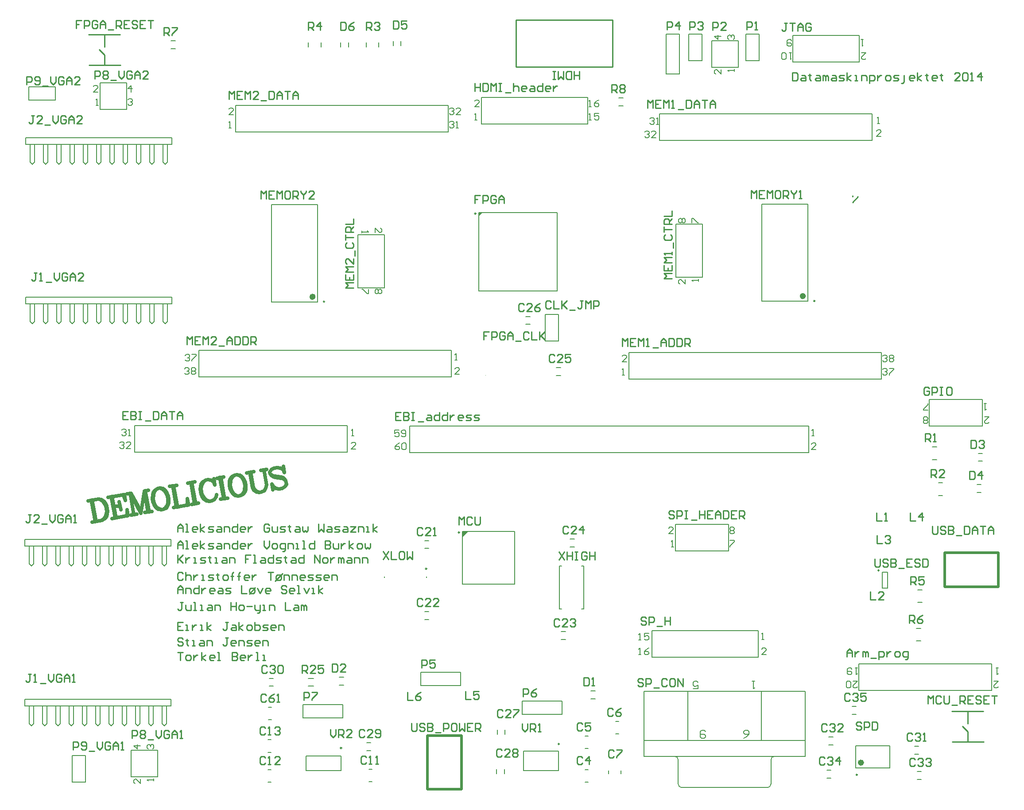
<source format=gto>
%FSLAX44Y44*%
%MOMM*%
G71*
G01*
G75*
G04:AMPARAMS|DCode=10|XSize=3.5mm|YSize=2.05mm|CornerRadius=0.5125mm|HoleSize=0mm|Usage=FLASHONLY|Rotation=0.000|XOffset=0mm|YOffset=0mm|HoleType=Round|Shape=RoundedRectangle|*
%AMROUNDEDRECTD10*
21,1,3.5000,1.0250,0,0,0.0*
21,1,2.4750,2.0500,0,0,0.0*
1,1,1.0250,1.2375,-0.5125*
1,1,1.0250,-1.2375,-0.5125*
1,1,1.0250,-1.2375,0.5125*
1,1,1.0250,1.2375,0.5125*
%
%ADD10ROUNDEDRECTD10*%
G04:AMPARAMS|DCode=11|XSize=4mm|YSize=2.05mm|CornerRadius=0.5125mm|HoleSize=0mm|Usage=FLASHONLY|Rotation=0.000|XOffset=0mm|YOffset=0mm|HoleType=Round|Shape=RoundedRectangle|*
%AMROUNDEDRECTD11*
21,1,4.0000,1.0250,0,0,0.0*
21,1,2.9750,2.0500,0,0,0.0*
1,1,1.0250,1.4875,-0.5125*
1,1,1.0250,-1.4875,-0.5125*
1,1,1.0250,-1.4875,0.5125*
1,1,1.0250,1.4875,0.5125*
%
%ADD11ROUNDEDRECTD11*%
G04:AMPARAMS|DCode=12|XSize=3.5mm|YSize=2.05mm|CornerRadius=0.5125mm|HoleSize=0mm|Usage=FLASHONLY|Rotation=0.000|XOffset=0mm|YOffset=0mm|HoleType=Round|Shape=RoundedRectangle|*
%AMROUNDEDRECTD12*
21,1,3.5000,1.0250,0,0,0.0*
21,1,2.4750,2.0500,0,0,0.0*
1,1,1.0250,1.2375,-0.5125*
1,1,1.0250,-1.2375,-0.5125*
1,1,1.0250,-1.2375,0.5125*
1,1,1.0250,1.2375,0.5125*
%
%ADD12ROUNDEDRECTD12*%
G04:AMPARAMS|DCode=13|XSize=2.8mm|YSize=0.5mm|CornerRadius=0.125mm|HoleSize=0mm|Usage=FLASHONLY|Rotation=0.000|XOffset=0mm|YOffset=0mm|HoleType=Round|Shape=RoundedRectangle|*
%AMROUNDEDRECTD13*
21,1,2.8000,0.2500,0,0,0.0*
21,1,2.5500,0.5000,0,0,0.0*
1,1,0.2500,1.2750,-0.1250*
1,1,0.2500,-1.2750,-0.1250*
1,1,0.2500,-1.2750,0.1250*
1,1,0.2500,1.2750,0.1250*
%
%ADD13ROUNDEDRECTD13*%
%ADD14R,1.0000X0.7000*%
%ADD15R,0.8500X0.7000*%
%ADD16R,2.1000X1.4000*%
%ADD17R,1.1000X1.7000*%
%ADD18O,1.6000X0.5500*%
%ADD19R,1.1000X2.6000*%
%ADD20R,1.1000X0.6000*%
%ADD21O,0.4500X1.8000*%
%ADD22R,1.0000X2.1500*%
%ADD23R,3.2500X2.1500*%
%ADD24R,2.6000X1.2000*%
%ADD25R,1.2000X2.6000*%
%ADD26R,1.7000X1.1000*%
%ADD27R,0.9500X1.7000*%
%ADD28R,1.3000X1.9000*%
%ADD29C,0.4500*%
%ADD30R,2.6000X1.1000*%
%ADD31R,0.3000X1.9000*%
%ADD32C,0.3600*%
%ADD33R,1.0000X2.4000*%
%ADD34R,3.3000X2.4000*%
G04:AMPARAMS|DCode=35|XSize=3.5mm|YSize=2.05mm|CornerRadius=0.5125mm|HoleSize=0mm|Usage=FLASHONLY|Rotation=270.000|XOffset=0mm|YOffset=0mm|HoleType=Round|Shape=RoundedRectangle|*
%AMROUNDEDRECTD35*
21,1,3.5000,1.0250,0,0,270.0*
21,1,2.4750,2.0500,0,0,270.0*
1,1,1.0250,-0.5125,-1.2375*
1,1,1.0250,-0.5125,1.2375*
1,1,1.0250,0.5125,1.2375*
1,1,1.0250,0.5125,-1.2375*
%
%ADD35ROUNDEDRECTD35*%
G04:AMPARAMS|DCode=36|XSize=4mm|YSize=2.05mm|CornerRadius=0.5125mm|HoleSize=0mm|Usage=FLASHONLY|Rotation=270.000|XOffset=0mm|YOffset=0mm|HoleType=Round|Shape=RoundedRectangle|*
%AMROUNDEDRECTD36*
21,1,4.0000,1.0250,0,0,270.0*
21,1,2.9750,2.0500,0,0,270.0*
1,1,1.0250,-0.5125,-1.4875*
1,1,1.0250,-0.5125,1.4875*
1,1,1.0250,0.5125,1.4875*
1,1,1.0250,0.5125,-1.4875*
%
%ADD36ROUNDEDRECTD36*%
G04:AMPARAMS|DCode=37|XSize=3.5mm|YSize=2.05mm|CornerRadius=0.5125mm|HoleSize=0mm|Usage=FLASHONLY|Rotation=270.000|XOffset=0mm|YOffset=0mm|HoleType=Round|Shape=RoundedRectangle|*
%AMROUNDEDRECTD37*
21,1,3.5000,1.0250,0,0,270.0*
21,1,2.4750,2.0500,0,0,270.0*
1,1,1.0250,-0.5125,-1.2375*
1,1,1.0250,-0.5125,1.2375*
1,1,1.0250,0.5125,1.2375*
1,1,1.0250,0.5125,-1.2375*
%
%ADD37ROUNDEDRECTD37*%
G04:AMPARAMS|DCode=38|XSize=2.8mm|YSize=0.5mm|CornerRadius=0.125mm|HoleSize=0mm|Usage=FLASHONLY|Rotation=270.000|XOffset=0mm|YOffset=0mm|HoleType=Round|Shape=RoundedRectangle|*
%AMROUNDEDRECTD38*
21,1,2.8000,0.2500,0,0,270.0*
21,1,2.5500,0.5000,0,0,270.0*
1,1,0.2500,-0.1250,-1.2750*
1,1,0.2500,-0.1250,1.2750*
1,1,0.2500,0.1250,1.2750*
1,1,0.2500,0.1250,-1.2750*
%
%ADD38ROUNDEDRECTD38*%
%ADD39R,1.8000X2.0000*%
%ADD40R,3.0000X2.5000*%
%ADD41C,0.2000*%
%ADD42C,0.1000*%
%ADD43C,0.2540*%
%ADD44C,0.8000*%
%ADD45C,1.0000*%
%ADD46C,0.5000*%
%ADD47C,1.4000*%
%ADD48C,1.5000*%
%ADD49R,1.5000X1.5000*%
%ADD50C,0.9000*%
%ADD51C,4.7600*%
%ADD52R,1.6900X1.6900*%
%ADD53C,1.6900*%
%ADD54R,1.5000X1.5000*%
%ADD55C,1.5240*%
%ADD56C,0.4000*%
%ADD57C,7.0000*%
%ADD58C,1.3000*%
%ADD59C,2.1000*%
%ADD60C,1.0160*%
%ADD61C,1.4080*%
%ADD62C,1.4080*%
%ADD63C,3.7680*%
%ADD64C,1.5980*%
%ADD65C,1.8080*%
%ADD66C,0.7080*%
%ADD67C,5.5080*%
%ADD68C,2.1080*%
%ADD69C,0.4000*%
%ADD70C,0.2500*%
%ADD71C,0.6000*%
%ADD72C,0.2032*%
%ADD73C,0.1500*%
%ADD74C,0.7000*%
G36*
X1364290Y1257540D02*
Y1267540D01*
X1374290D01*
X1364290Y1257540D01*
D02*
G37*
G36*
X1395700Y1871502D02*
Y1877300D01*
X1401498D01*
X1395700Y1871502D01*
D02*
G37*
D41*
X1777030Y785150D02*
G03*
X1783980Y778200I6950J0D01*
G01*
X1776980Y831200D02*
G03*
X1770030Y838150I-6950J0D01*
G01*
X1947280Y778200D02*
G03*
X1954230Y785150I0J6950D01*
G01*
X1961230Y838150D02*
G03*
X1954280Y831200I0J-6950D01*
G01*
X861060Y1614170D02*
X1343660D01*
X861060Y1563370D02*
X1343660D01*
Y1614170D01*
X861060Y1563370D02*
Y1614170D01*
X1776980Y785200D02*
Y831200D01*
X1954280Y785200D02*
Y831200D01*
X1935630Y868200D02*
Y962200D01*
X1711630Y838200D02*
X2019630D01*
X1795630Y868200D02*
Y962200D01*
X1711630Y962200D02*
X2019630D01*
X1783980Y778200D02*
X1947280D01*
X2019630Y838200D02*
Y962200D01*
X1711630Y838200D02*
Y962200D01*
Y868200D02*
X2019630D01*
X1164590Y1733550D02*
Y1835150D01*
X1215390Y1733550D02*
Y1835150D01*
X1164590D02*
X1215390D01*
X1164590Y1733550D02*
X1215390D01*
X1823720Y1753870D02*
Y1855470D01*
X1772920Y1753870D02*
Y1855470D01*
Y1753870D02*
X1823720D01*
X1772920Y1855470D02*
X1823720D01*
X586400Y2092500D02*
Y2117900D01*
X535600Y2092500D02*
X586400D01*
X535600D02*
Y2117900D01*
X586400D01*
X529900Y1703200D02*
Y1715900D01*
Y1703200D02*
X809300D01*
Y1715900D01*
X538367Y1669333D02*
Y1703200D01*
Y1669333D02*
X542600Y1665100D01*
X546834Y1669333D01*
Y1703200D01*
X563767Y1669333D02*
Y1703200D01*
Y1669333D02*
X568000Y1665100D01*
X572234Y1669333D01*
Y1703200D01*
X589167Y1669333D02*
Y1703200D01*
Y1669333D02*
X593400Y1665100D01*
X597634Y1669333D01*
Y1703200D01*
X614567Y1669333D02*
Y1703200D01*
Y1669333D02*
X618800Y1665100D01*
X623034Y1669333D01*
Y1703200D01*
X639967Y1669333D02*
Y1703200D01*
Y1669333D02*
X644200Y1665100D01*
X648434Y1669333D01*
Y1703200D01*
X665367Y1669333D02*
Y1703200D01*
Y1669333D02*
X669600Y1665100D01*
X673833Y1669333D01*
Y1703200D01*
X690767Y1669333D02*
Y1703200D01*
Y1669333D02*
X695000Y1665100D01*
X699233Y1669333D01*
Y1703200D01*
X716167Y1669333D02*
Y1703200D01*
Y1669333D02*
X720400Y1665100D01*
X724633Y1669333D01*
Y1703200D01*
X741567Y1669333D02*
Y1703200D01*
Y1669333D02*
X745800Y1665100D01*
X750033Y1669333D01*
Y1703200D01*
X766967Y1669333D02*
Y1703200D01*
Y1669333D02*
X771200Y1665100D01*
X775433Y1669333D01*
Y1703200D01*
X792367Y1669333D02*
Y1703200D01*
Y1669333D02*
X796600Y1665100D01*
X800833Y1669333D01*
Y1703200D01*
X529900Y1715900D02*
X809300D01*
X529700Y2008200D02*
Y2020900D01*
Y2008200D02*
X809100D01*
Y2020900D01*
X538167Y1974333D02*
Y2008200D01*
Y1974333D02*
X542400Y1970100D01*
X546633Y1974333D01*
Y2008200D01*
X563567Y1974333D02*
Y2008200D01*
Y1974333D02*
X567800Y1970100D01*
X572033Y1974333D01*
Y2008200D01*
X588967Y1974333D02*
Y2008200D01*
Y1974333D02*
X593200Y1970100D01*
X597433Y1974333D01*
Y2008200D01*
X614367Y1974333D02*
Y2008200D01*
Y1974333D02*
X618600Y1970100D01*
X622833Y1974333D01*
Y2008200D01*
X639767Y1974333D02*
Y2008200D01*
Y1974333D02*
X644000Y1970100D01*
X648233Y1974333D01*
Y2008200D01*
X665167Y1974333D02*
Y2008200D01*
Y1974333D02*
X669400Y1970100D01*
X673633Y1974333D01*
Y2008200D01*
X690567Y1974333D02*
Y2008200D01*
Y1974333D02*
X694800Y1970100D01*
X699033Y1974333D01*
Y2008200D01*
X715967Y1974333D02*
Y2008200D01*
Y1974333D02*
X720200Y1970100D01*
X724433Y1974333D01*
Y2008200D01*
X741367Y1974333D02*
Y2008200D01*
Y1974333D02*
X745600Y1970100D01*
X749833Y1974333D01*
Y2008200D01*
X766767Y1974333D02*
Y2008200D01*
Y1974333D02*
X771000Y1970100D01*
X775233Y1974333D01*
Y2008200D01*
X792167Y1974333D02*
Y2008200D01*
Y1974333D02*
X796400Y1970100D01*
X800633Y1974333D01*
Y2008200D01*
X529700Y2020900D02*
X809100D01*
X671600Y2125700D02*
X722400D01*
X671600Y2074900D02*
Y2125700D01*
X722400Y2074900D02*
Y2125700D01*
X671600Y2074900D02*
X722400D01*
X2166920Y1190420D02*
X2176920D01*
X2166920Y1159420D02*
X2176920D01*
X2166920D02*
Y1190420D01*
X2176920Y1159420D02*
Y1190420D01*
X1263620Y1418590D02*
Y1469390D01*
X2026920Y1418590D02*
Y1469390D01*
X1263620Y1418590D02*
X2026920D01*
X1263620Y1469390D02*
X2026920D01*
X807530Y2190870D02*
X815530D01*
X807530Y2205870D02*
X815530D01*
X528200Y934720D02*
Y947420D01*
Y934720D02*
X807600D01*
Y947420D01*
X536667Y900854D02*
Y934720D01*
Y900854D02*
X540900Y896620D01*
X545133Y900854D01*
Y934720D01*
X562067Y900854D02*
Y934720D01*
Y900854D02*
X566300Y896620D01*
X570533Y900854D01*
Y934720D01*
X587467Y900854D02*
Y934720D01*
Y900854D02*
X591700Y896620D01*
X595933Y900854D01*
Y934720D01*
X612867Y900853D02*
Y934720D01*
Y900854D02*
X617100Y896620D01*
X621333Y900854D01*
Y934720D01*
X638267Y900854D02*
Y934720D01*
Y900854D02*
X642500Y896620D01*
X646733Y900854D01*
Y934720D01*
X663667Y900854D02*
Y934720D01*
Y900854D02*
X667900Y896620D01*
X672133Y900854D01*
Y934720D01*
X689066Y900854D02*
Y934720D01*
Y900854D02*
X693300Y896620D01*
X697533Y900854D01*
Y934720D01*
X714466Y900854D02*
Y934720D01*
Y900854D02*
X718700Y896620D01*
X722933Y900854D01*
Y934720D01*
X739866Y900854D02*
Y934720D01*
Y900854D02*
X744100Y896620D01*
X748333Y900854D01*
Y934720D01*
X765266Y900854D02*
Y934720D01*
Y900854D02*
X769500Y896620D01*
X773733Y900854D01*
Y934720D01*
X790666Y900854D02*
Y934720D01*
Y900854D02*
X794900Y896620D01*
X799133Y900854D01*
Y934720D01*
X528200Y947420D02*
X807600D01*
X528200Y1239700D02*
Y1252400D01*
Y1239700D02*
X807600D01*
Y1252400D01*
X536667Y1205834D02*
Y1239700D01*
Y1205834D02*
X540900Y1201600D01*
X545133Y1205834D01*
Y1239700D01*
X562067Y1205834D02*
Y1239700D01*
Y1205834D02*
X566300Y1201600D01*
X570533Y1205834D01*
Y1239700D01*
X587467Y1205834D02*
Y1239700D01*
Y1205834D02*
X591700Y1201600D01*
X595933Y1205834D01*
Y1239700D01*
X612867Y1205834D02*
Y1239700D01*
Y1205834D02*
X617100Y1201600D01*
X621333Y1205834D01*
Y1239700D01*
X638267Y1205834D02*
Y1239700D01*
Y1205834D02*
X642500Y1201600D01*
X646733Y1205834D01*
Y1239700D01*
X663667Y1205834D02*
Y1239700D01*
Y1205834D02*
X667900Y1201600D01*
X672133Y1205834D01*
Y1239700D01*
X689066Y1205834D02*
Y1239700D01*
Y1205834D02*
X693300Y1201600D01*
X697533Y1205834D01*
Y1239700D01*
X714466Y1205834D02*
Y1239700D01*
Y1205834D02*
X718700Y1201600D01*
X722933Y1205834D01*
Y1239700D01*
X739866Y1205834D02*
Y1239700D01*
Y1205834D02*
X744100Y1201600D01*
X748333Y1205834D01*
Y1239700D01*
X765266Y1205834D02*
Y1239700D01*
Y1205834D02*
X769500Y1201600D01*
X773733Y1205834D01*
Y1239700D01*
X790666Y1205834D02*
Y1239700D01*
Y1205834D02*
X794900Y1201600D01*
X799133Y1205834D01*
Y1239700D01*
X528200Y1252400D02*
X807600D01*
X731520Y798830D02*
Y849630D01*
Y798830D02*
X782320D01*
X731520Y849630D02*
X782320D01*
Y798830D02*
Y849630D01*
X618490Y839470D02*
X643890D01*
Y788670D02*
Y839470D01*
X618490Y788670D02*
X643890D01*
X618490D02*
Y839470D01*
X930910Y2032000D02*
X1337310D01*
X930910Y2082800D02*
X1337310D01*
X930910Y2032000D02*
Y2082800D01*
X1337310Y2032000D02*
Y2082800D01*
X999940Y1892590D02*
X1087940D01*
X999940Y1706590D02*
X1087940D01*
X999940D02*
Y1892590D01*
X1087940Y1706590D02*
Y1892590D01*
X1741170Y2066290D02*
X2147570D01*
X1741170Y2015490D02*
X2147570D01*
Y2066290D01*
X1741170Y2015490D02*
Y2066290D01*
X1682750Y1559560D02*
X2165350D01*
X1682750Y1610360D02*
X2165350D01*
X1682750Y1559560D02*
Y1610360D01*
X2165350Y1559560D02*
Y1610360D01*
X1937200Y1893860D02*
X2025200D01*
X1937200Y1707860D02*
X2025200D01*
X1937200D02*
Y1893860D01*
X2025200Y1707860D02*
Y1893860D01*
X2235230Y1156440D02*
X2243230D01*
X2235230Y1132440D02*
X2243230D01*
X2232690Y1082780D02*
X2240690D01*
X2232690Y1058780D02*
X2240690D01*
X2116340Y815930D02*
X2181340D01*
X2116340Y857930D02*
X2181340D01*
X2116340Y815930D02*
Y857930D01*
X2181340Y815930D02*
Y857930D01*
X2064830Y874910D02*
X2072830D01*
X2064830Y859910D02*
X2072830D01*
X2228660Y842130D02*
X2236660D01*
X2228660Y857130D02*
X2236660D01*
X2233740Y808870D02*
X2241740D01*
X2233740Y793870D02*
X2241740D01*
X2061020Y796410D02*
X2069020D01*
X2061020Y811410D02*
X2069020D01*
X1727200Y1027430D02*
Y1078230D01*
X1930400Y1027430D02*
Y1078230D01*
X1727200D02*
X1930400D01*
X1727200Y1027430D02*
X1930400D01*
X2109280Y918330D02*
X2117280D01*
X2109280Y933330D02*
X2117280D01*
X1479000Y943700D02*
X1555200D01*
X1479000Y918300D02*
Y943700D01*
Y918300D02*
X1555200D01*
Y943700D01*
X1285000Y998700D02*
X1361200D01*
X1285000Y973300D02*
Y998700D01*
Y973300D02*
X1361200D01*
Y998700D01*
X1481610Y847810D02*
X1548610D01*
X1481610Y810810D02*
X1548610D01*
Y847810D01*
X1481610Y810810D02*
Y847810D01*
X1644000Y804800D02*
Y810800D01*
X1668000Y804800D02*
Y810800D01*
X1657100Y904800D02*
X1663100D01*
X1657100Y880800D02*
X1663100D01*
X1598900Y853100D02*
X1604900D01*
X1598900Y877100D02*
X1604900D01*
X1598900Y788400D02*
X1604900D01*
X1598900Y812400D02*
X1604900D01*
X1446100Y880200D02*
Y888200D01*
X1431100Y880200D02*
Y888200D01*
X1445100Y804900D02*
Y812900D01*
X1430100Y804900D02*
Y812900D01*
X1610400Y948300D02*
X1618400D01*
X1610400Y963300D02*
X1618400D01*
X1059900Y937100D02*
X1136100D01*
X1059900Y911700D02*
Y937100D01*
Y911700D02*
X1136100D01*
Y937100D01*
X992500Y869700D02*
X998500D01*
X992500Y845700D02*
X998500D01*
X992500Y812400D02*
X998500D01*
X992500Y788400D02*
X998500D01*
X1070100Y972100D02*
X1080100D01*
X1070100Y987100D02*
X1080100D01*
X993600Y932200D02*
X999600D01*
X993600Y908200D02*
X999600D01*
X1185500Y813500D02*
X1191500D01*
X1185500Y789500D02*
X1191500D01*
X1181300Y849100D02*
X1189300D01*
X1181300Y864100D02*
X1189300D01*
X995000Y972200D02*
X1003000D01*
X995000Y987200D02*
X1003000D01*
X1129400Y974200D02*
X1137400D01*
X1129400Y989200D02*
X1137400D01*
X1295540Y1179710D02*
Y1181710D01*
X1215540Y1179710D02*
Y1181710D01*
X1292180Y1114550D02*
X1300180D01*
X1292180Y1099550D02*
X1300180D01*
X1292180Y1250440D02*
X1300180D01*
X1292180Y1235440D02*
X1300180D01*
X1570400Y1238200D02*
X1578400D01*
X1570400Y1253200D02*
X1578400D01*
X1553400Y1061200D02*
X1561400D01*
X1553400Y1076200D02*
X1561400D01*
X1544130Y1581030D02*
X1552130D01*
X1544130Y1566030D02*
X1552130D01*
X1485710Y1663980D02*
X1493710D01*
X1485710Y1678980D02*
X1493710D01*
X1364290Y1257540D02*
X1374290Y1267540D01*
X1364290Y1167540D02*
Y1267540D01*
X1464290Y1167540D02*
Y1267540D01*
X1364290D02*
X1464290D01*
X1364290Y1167540D02*
X1464290D01*
X1771650Y1230630D02*
X1873250D01*
X1771650Y1281430D02*
X1873250D01*
X1771650Y1230630D02*
Y1281430D01*
X1873250Y1230630D02*
Y1281430D01*
X2122170Y963930D02*
Y1014730D01*
X2357120D02*
X2376170D01*
Y963930D02*
Y1014730D01*
X2357120Y963930D02*
X2376170D01*
X2122170D02*
X2357120D01*
X2122170Y1014730D02*
X2357120D01*
X2350580Y1402200D02*
X2358580D01*
X2350580Y1417200D02*
X2358580D01*
X2262950Y1429320D02*
X2270950D01*
X2262950Y1405320D02*
X2270950D01*
X2348040Y1342510D02*
X2356040D01*
X2348040Y1357510D02*
X2356040D01*
X2274380Y1336740D02*
X2282380D01*
X2274380Y1360740D02*
X2282380D01*
X1247020Y2196910D02*
Y2204910D01*
X1232020Y2196910D02*
Y2204910D01*
X1180530Y2194370D02*
Y2202370D01*
X1204530Y2194370D02*
Y2202370D01*
X1146690Y2194370D02*
Y2202370D01*
X1131690Y2194370D02*
Y2202370D01*
X1070040Y2194370D02*
Y2202370D01*
X1094040Y2194370D02*
Y2202370D01*
X1663510Y2081650D02*
X1671510D01*
X1663510Y2096650D02*
X1671510D01*
X1996440Y2216150D02*
X2123440D01*
X1996440Y2165350D02*
X2123440D01*
Y2216150D01*
X1996440Y2165350D02*
Y2216150D01*
X1604010Y2047240D02*
Y2098040D01*
X1400810Y2047240D02*
Y2098040D01*
Y2047240D02*
X1604010D01*
X1400810Y2098040D02*
X1604010D01*
X1906270Y2218690D02*
X1931670D01*
Y2167890D02*
Y2218690D01*
X1906270Y2167890D02*
X1931670D01*
X1906270D02*
Y2218690D01*
X1841500Y2155190D02*
Y2205990D01*
Y2155190D02*
X1892300D01*
X1841500Y2205990D02*
X1892300D01*
Y2155190D02*
Y2205990D01*
X1797050Y2218690D02*
X1822450D01*
Y2167890D02*
Y2218690D01*
X1797050Y2167890D02*
X1822450D01*
X1797050D02*
Y2218690D01*
X1779270Y2142490D02*
Y2218690D01*
X1753870D02*
X1779270D01*
X1753870Y2142490D02*
Y2218690D01*
Y2142490D02*
X1779270D01*
X1522540Y1682690D02*
X1547940D01*
Y1631890D02*
Y1682690D01*
X1522540Y1631890D02*
X1547940D01*
X1522540D02*
Y1682690D01*
X2256790Y1520190D02*
X2358390D01*
X2256790Y1469390D02*
X2358390D01*
Y1520190D01*
X2256790Y1469390D02*
Y1520190D01*
X737870Y1470660D02*
X1144270D01*
X737870Y1419860D02*
X1144270D01*
Y1470660D01*
X737870Y1419860D02*
Y1470660D01*
X1395700Y1871503D02*
X1401498Y1877300D01*
X1395700Y1727300D02*
Y1877300D01*
X1545700Y1727300D02*
Y1877300D01*
X1395700D02*
X1545700D01*
X1395700Y1727300D02*
X1545700D01*
X1065560Y839060D02*
X1132560D01*
X1065560Y811060D02*
X1132560D01*
Y839060D01*
X1065560Y811060D02*
Y839060D01*
X1549800Y1119900D02*
Y1201900D01*
X1596800Y1119900D02*
Y1201900D01*
X1549800Y1119900D02*
X1554300D01*
X1549800Y1201900D02*
X1554300D01*
X1592300Y1119900D02*
X1596800D01*
X1592300Y1201900D02*
X1596800D01*
D42*
X1409340Y1566740D02*
G03*
X1409340Y1566740I-500J0D01*
G01*
D43*
X956860Y1148900D02*
X968460Y1160500D01*
X2300670Y865490D02*
X2360670D01*
X2299970Y924560D02*
X2359970D01*
X2330670Y865490D02*
Y885190D01*
X2320510Y895350D02*
X2330670Y885190D01*
Y900430D02*
Y924560D01*
X1651450Y2156070D02*
Y2245770D01*
X1651350Y2155970D02*
X1651450Y2156070D01*
X1466750Y2155970D02*
X1651350D01*
X1466750D02*
X1466950Y2156170D01*
Y2245770D01*
X1651250D01*
X650500Y2159200D02*
X710500D01*
X649800Y2218270D02*
X709800D01*
X680500Y2159200D02*
Y2178900D01*
X670340Y2189060D02*
X680500Y2178900D01*
Y2194140D02*
Y2218270D01*
X2110430Y1907600D02*
Y1910000D01*
Y1897200D02*
X2120830Y1907600D01*
X1006100Y1173000D02*
X1020400Y1187300D01*
X1995370Y2144925D02*
Y2129690D01*
X2002988D01*
X2005527Y2132229D01*
Y2142386D01*
X2002988Y2144925D01*
X1995370D01*
X2013144Y2139847D02*
X2018223D01*
X2020762Y2137307D01*
Y2129690D01*
X2013144D01*
X2010605Y2132229D01*
X2013144Y2134768D01*
X2020762D01*
X2028379Y2142386D02*
Y2139847D01*
X2025840D01*
X2030918D01*
X2028379D01*
Y2132229D01*
X2030918Y2129690D01*
X2041075Y2139847D02*
X2046154D01*
X2048693Y2137307D01*
Y2129690D01*
X2041075D01*
X2038536Y2132229D01*
X2041075Y2134768D01*
X2048693D01*
X2053771Y2129690D02*
Y2139847D01*
X2056310D01*
X2058849Y2137307D01*
Y2129690D01*
Y2137307D01*
X2061389Y2139847D01*
X2063928Y2137307D01*
Y2129690D01*
X2071545Y2139847D02*
X2076624D01*
X2079163Y2137307D01*
Y2129690D01*
X2071545D01*
X2069006Y2132229D01*
X2071545Y2134768D01*
X2079163D01*
X2084241Y2129690D02*
X2091859D01*
X2094398Y2132229D01*
X2091859Y2134768D01*
X2086780D01*
X2084241Y2137307D01*
X2086780Y2139847D01*
X2094398D01*
X2099476Y2129690D02*
Y2144925D01*
Y2134768D02*
X2107094Y2139847D01*
X2099476Y2134768D02*
X2107094Y2129690D01*
X2114711D02*
X2119790D01*
X2117251D01*
Y2139847D01*
X2114711D01*
X2127407Y2129690D02*
Y2139847D01*
X2135025D01*
X2137564Y2137307D01*
Y2129690D01*
X2142642Y2124612D02*
Y2139847D01*
X2150260D01*
X2152799Y2137307D01*
Y2132229D01*
X2150260Y2129690D01*
X2142642D01*
X2157877Y2139847D02*
Y2129690D01*
Y2134768D01*
X2160417Y2137307D01*
X2162956Y2139847D01*
X2165495D01*
X2175652Y2129690D02*
X2180730D01*
X2183269Y2132229D01*
Y2137307D01*
X2180730Y2139847D01*
X2175652D01*
X2173112Y2137307D01*
Y2132229D01*
X2175652Y2129690D01*
X2188348D02*
X2195965D01*
X2198504Y2132229D01*
X2195965Y2134768D01*
X2190887D01*
X2188348Y2137307D01*
X2190887Y2139847D01*
X2198504D01*
X2203583Y2124612D02*
X2206122D01*
X2208661Y2127151D01*
Y2139847D01*
X2226435Y2129690D02*
X2221357D01*
X2218818Y2132229D01*
Y2137307D01*
X2221357Y2139847D01*
X2226435D01*
X2228974Y2137307D01*
Y2134768D01*
X2218818D01*
X2234053Y2129690D02*
Y2144925D01*
Y2134768D02*
X2241670Y2139847D01*
X2234053Y2134768D02*
X2241670Y2129690D01*
X2251827Y2142386D02*
Y2139847D01*
X2249288D01*
X2254366D01*
X2251827D01*
Y2132229D01*
X2254366Y2129690D01*
X2269601D02*
X2264523D01*
X2261984Y2132229D01*
Y2137307D01*
X2264523Y2139847D01*
X2269601D01*
X2272141Y2137307D01*
Y2134768D01*
X2261984D01*
X2279758Y2142386D02*
Y2139847D01*
X2277219D01*
X2282297D01*
X2279758D01*
Y2132229D01*
X2282297Y2129690D01*
X2315307D02*
X2305150D01*
X2315307Y2139847D01*
Y2142386D01*
X2312767Y2144925D01*
X2307689D01*
X2305150Y2142386D01*
X2320385D02*
X2322924Y2144925D01*
X2328002D01*
X2330542Y2142386D01*
Y2132229D01*
X2328002Y2129690D01*
X2322924D01*
X2320385Y2132229D01*
Y2142386D01*
X2335620Y2129690D02*
X2340698D01*
X2338159D01*
Y2144925D01*
X2335620Y2142386D01*
X2355933Y2129690D02*
Y2144925D01*
X2348316Y2137307D01*
X2358472D01*
X1212868Y1229981D02*
X1223025Y1214746D01*
Y1229981D02*
X1212868Y1214746D01*
X1228103Y1229981D02*
Y1214746D01*
X1238260D01*
X1250956Y1229981D02*
X1245877D01*
X1243338Y1227442D01*
Y1217285D01*
X1245877Y1214746D01*
X1250956D01*
X1253495Y1217285D01*
Y1227442D01*
X1250956Y1229981D01*
X1258573D02*
Y1214746D01*
X1263652Y1219824D01*
X1268730Y1214746D01*
Y1229981D01*
X1549300Y1229235D02*
X1559457Y1214000D01*
Y1229235D02*
X1549300Y1214000D01*
X1564535Y1229235D02*
Y1214000D01*
Y1221618D01*
X1574692D01*
Y1229235D01*
Y1214000D01*
X1579770Y1229235D02*
X1584848D01*
X1582309D01*
Y1214000D01*
X1579770D01*
X1584848D01*
X1602623Y1226696D02*
X1600084Y1229235D01*
X1595005D01*
X1592466Y1226696D01*
Y1216539D01*
X1595005Y1214000D01*
X1600084D01*
X1602623Y1216539D01*
Y1221618D01*
X1597544D01*
X1607701Y1229235D02*
Y1214000D01*
Y1221618D01*
X1617858D01*
Y1229235D01*
Y1214000D01*
X1112000Y889435D02*
Y879278D01*
X1117078Y874200D01*
X1122157Y879278D01*
Y889435D01*
X1127235Y874200D02*
Y889435D01*
X1134853D01*
X1137392Y886896D01*
Y881817D01*
X1134853Y879278D01*
X1127235D01*
X1132313D02*
X1137392Y874200D01*
X1152627D02*
X1142470D01*
X1152627Y884357D01*
Y886896D01*
X1150088Y889435D01*
X1145009D01*
X1142470Y886896D01*
X1478788Y900425D02*
Y890268D01*
X1483866Y885190D01*
X1488945Y890268D01*
Y900425D01*
X1494023Y885190D02*
Y900425D01*
X1501641D01*
X1504180Y897886D01*
Y892807D01*
X1501641Y890268D01*
X1494023D01*
X1499101D02*
X1504180Y885190D01*
X1509258D02*
X1514337D01*
X1511797D01*
Y900425D01*
X1509258Y897886D01*
X1267400Y901635D02*
Y888939D01*
X1269939Y886400D01*
X1275017D01*
X1277557Y888939D01*
Y901635D01*
X1292792Y899096D02*
X1290253Y901635D01*
X1285174D01*
X1282635Y899096D01*
Y896557D01*
X1285174Y894017D01*
X1290253D01*
X1292792Y891478D01*
Y888939D01*
X1290253Y886400D01*
X1285174D01*
X1282635Y888939D01*
X1297870Y901635D02*
Y886400D01*
X1305488D01*
X1308027Y888939D01*
Y891478D01*
X1305488Y894017D01*
X1297870D01*
X1305488D01*
X1308027Y896557D01*
Y899096D01*
X1305488Y901635D01*
X1297870D01*
X1313105Y883861D02*
X1323262D01*
X1328340Y886400D02*
Y901635D01*
X1335958D01*
X1338497Y899096D01*
Y894017D01*
X1335958Y891478D01*
X1328340D01*
X1351193Y901635D02*
X1346115D01*
X1343575Y899096D01*
Y888939D01*
X1346115Y886400D01*
X1351193D01*
X1353732Y888939D01*
Y899096D01*
X1351193Y901635D01*
X1358810D02*
Y886400D01*
X1363889Y891478D01*
X1368967Y886400D01*
Y901635D01*
X1384202D02*
X1374046D01*
Y886400D01*
X1384202D01*
X1374046Y894017D02*
X1379124D01*
X1389281Y886400D02*
Y901635D01*
X1396898D01*
X1399437Y899096D01*
Y894017D01*
X1396898Y891478D01*
X1389281D01*
X1394359D02*
X1399437Y886400D01*
X2152870Y1215555D02*
Y1202859D01*
X2155409Y1200320D01*
X2160488D01*
X2163027Y1202859D01*
Y1215555D01*
X2178262Y1213016D02*
X2175723Y1215555D01*
X2170644D01*
X2168105Y1213016D01*
Y1210477D01*
X2170644Y1207937D01*
X2175723D01*
X2178262Y1205398D01*
Y1202859D01*
X2175723Y1200320D01*
X2170644D01*
X2168105Y1202859D01*
X2183340Y1215555D02*
Y1200320D01*
X2190958D01*
X2193497Y1202859D01*
Y1205398D01*
X2190958Y1207937D01*
X2183340D01*
X2190958D01*
X2193497Y1210477D01*
Y1213016D01*
X2190958Y1215555D01*
X2183340D01*
X2198575Y1197781D02*
X2208732D01*
X2223967Y1215555D02*
X2213810D01*
Y1200320D01*
X2223967D01*
X2213810Y1207937D02*
X2218889D01*
X2239202Y1213016D02*
X2236663Y1215555D01*
X2231584D01*
X2229045Y1213016D01*
Y1210477D01*
X2231584Y1207937D01*
X2236663D01*
X2239202Y1205398D01*
Y1202859D01*
X2236663Y1200320D01*
X2231584D01*
X2229045Y1202859D01*
X2244280Y1215555D02*
Y1200320D01*
X2251898D01*
X2254437Y1202859D01*
Y1213016D01*
X2251898Y1215555D01*
X2244280D01*
X2262600Y1278435D02*
Y1265739D01*
X2265139Y1263200D01*
X2270217D01*
X2272757Y1265739D01*
Y1278435D01*
X2287992Y1275896D02*
X2285453Y1278435D01*
X2280374D01*
X2277835Y1275896D01*
Y1273357D01*
X2280374Y1270817D01*
X2285453D01*
X2287992Y1268278D01*
Y1265739D01*
X2285453Y1263200D01*
X2280374D01*
X2277835Y1265739D01*
X2293070Y1278435D02*
Y1263200D01*
X2300688D01*
X2303227Y1265739D01*
Y1268278D01*
X2300688Y1270817D01*
X2293070D01*
X2300688D01*
X2303227Y1273357D01*
Y1275896D01*
X2300688Y1278435D01*
X2293070D01*
X2308305Y1260661D02*
X2318462D01*
X2323540Y1278435D02*
Y1263200D01*
X2331158D01*
X2333697Y1265739D01*
Y1275896D01*
X2331158Y1278435D01*
X2323540D01*
X2338775Y1263200D02*
Y1273357D01*
X2343854Y1278435D01*
X2348932Y1273357D01*
Y1263200D01*
Y1270817D01*
X2338775D01*
X2354010Y1278435D02*
X2364167D01*
X2359089D01*
Y1263200D01*
X2369245D02*
Y1273357D01*
X2374324Y1278435D01*
X2379402Y1273357D01*
Y1263200D01*
Y1270817D01*
X2369245D01*
X1769615Y1305302D02*
X1767076Y1307841D01*
X1761997D01*
X1759458Y1305302D01*
Y1302763D01*
X1761997Y1300224D01*
X1767076D01*
X1769615Y1297684D01*
Y1295145D01*
X1767076Y1292606D01*
X1761997D01*
X1759458Y1295145D01*
X1774693Y1292606D02*
Y1307841D01*
X1782311D01*
X1784850Y1305302D01*
Y1300224D01*
X1782311Y1297684D01*
X1774693D01*
X1789928Y1307841D02*
X1795007D01*
X1792467D01*
Y1292606D01*
X1789928D01*
X1795007D01*
X1802624Y1290067D02*
X1812781D01*
X1817859Y1307841D02*
Y1292606D01*
Y1300224D01*
X1828016D01*
Y1307841D01*
Y1292606D01*
X1843251Y1307841D02*
X1833094D01*
Y1292606D01*
X1843251D01*
X1833094Y1300224D02*
X1838172D01*
X1848329Y1292606D02*
Y1302763D01*
X1853408Y1307841D01*
X1858486Y1302763D01*
Y1292606D01*
Y1300224D01*
X1848329D01*
X1863564Y1307841D02*
Y1292606D01*
X1871182D01*
X1873721Y1295145D01*
Y1305302D01*
X1871182Y1307841D01*
X1863564D01*
X1888956D02*
X1878799D01*
Y1292606D01*
X1888956D01*
X1878799Y1300224D02*
X1883878D01*
X1894034Y1292606D02*
Y1307841D01*
X1901652D01*
X1904191Y1305302D01*
Y1300224D01*
X1901652Y1297684D01*
X1894034D01*
X1899113D02*
X1904191Y1292606D01*
X2127755Y901442D02*
X2125215Y903981D01*
X2120137D01*
X2117598Y901442D01*
Y898903D01*
X2120137Y896364D01*
X2125215D01*
X2127755Y893824D01*
Y891285D01*
X2125215Y888746D01*
X2120137D01*
X2117598Y891285D01*
X2132833Y888746D02*
Y903981D01*
X2140451D01*
X2142990Y901442D01*
Y896364D01*
X2140451Y893824D01*
X2132833D01*
X2148068Y903981D02*
Y888746D01*
X2155686D01*
X2158225Y891285D01*
Y901442D01*
X2155686Y903981D01*
X2148068D01*
X1716275Y1102102D02*
X1713736Y1104641D01*
X1708657D01*
X1706118Y1102102D01*
Y1099563D01*
X1708657Y1097023D01*
X1713736D01*
X1716275Y1094484D01*
Y1091945D01*
X1713736Y1089406D01*
X1708657D01*
X1706118Y1091945D01*
X1721353Y1089406D02*
Y1104641D01*
X1728971D01*
X1731510Y1102102D01*
Y1097023D01*
X1728971Y1094484D01*
X1721353D01*
X1736588Y1086867D02*
X1746745D01*
X1751823Y1104641D02*
Y1089406D01*
Y1097023D01*
X1761980D01*
Y1104641D01*
Y1089406D01*
X1710157Y983896D02*
X1707617Y986435D01*
X1702539D01*
X1700000Y983896D01*
Y981357D01*
X1702539Y978818D01*
X1707617D01*
X1710157Y976278D01*
Y973739D01*
X1707617Y971200D01*
X1702539D01*
X1700000Y973739D01*
X1715235Y971200D02*
Y986435D01*
X1722853D01*
X1725392Y983896D01*
Y978818D01*
X1722853Y976278D01*
X1715235D01*
X1730470Y968661D02*
X1740627D01*
X1755862Y983896D02*
X1753323Y986435D01*
X1748244D01*
X1745705Y983896D01*
Y973739D01*
X1748244Y971200D01*
X1753323D01*
X1755862Y973739D01*
X1768558Y986435D02*
X1763479D01*
X1760940Y983896D01*
Y973739D01*
X1763479Y971200D01*
X1768558D01*
X1771097Y973739D01*
Y983896D01*
X1768558Y986435D01*
X1776175Y971200D02*
Y986435D01*
X1786332Y971200D01*
Y986435D01*
X1057802Y997074D02*
Y1012309D01*
X1065419D01*
X1067959Y1009770D01*
Y1004691D01*
X1065419Y1002152D01*
X1057802D01*
X1062880D02*
X1067959Y997074D01*
X1083194D02*
X1073037D01*
X1083194Y1007231D01*
Y1009770D01*
X1080655Y1012309D01*
X1075576D01*
X1073037Y1009770D01*
X1098429Y1012309D02*
X1088272D01*
Y1004691D01*
X1093351Y1007231D01*
X1095890D01*
X1098429Y1004691D01*
Y999613D01*
X1095890Y997074D01*
X1090811D01*
X1088272Y999613D01*
X1649476Y2106676D02*
Y2121911D01*
X1657094D01*
X1659633Y2119372D01*
Y2114294D01*
X1657094Y2111754D01*
X1649476D01*
X1654554D02*
X1659633Y2106676D01*
X1664711Y2119372D02*
X1667250Y2121911D01*
X1672329D01*
X1674868Y2119372D01*
Y2116833D01*
X1672329Y2114294D01*
X1674868Y2111754D01*
Y2109215D01*
X1672329Y2106676D01*
X1667250D01*
X1664711Y2109215D01*
Y2111754D01*
X1667250Y2114294D01*
X1664711Y2116833D01*
Y2119372D01*
X1667250Y2114294D02*
X1672329D01*
X793623Y2216023D02*
Y2231258D01*
X801240D01*
X803780Y2228719D01*
Y2223640D01*
X801240Y2221101D01*
X793623D01*
X798701D02*
X803780Y2216023D01*
X808858Y2231258D02*
X819015D01*
Y2228719D01*
X808858Y2218562D01*
Y2216023D01*
X2218783Y1093005D02*
Y1108240D01*
X2226400D01*
X2228940Y1105701D01*
Y1100622D01*
X2226400Y1098083D01*
X2218783D01*
X2223861D02*
X2228940Y1093005D01*
X2244175Y1108240D02*
X2239096Y1105701D01*
X2234018Y1100622D01*
Y1095544D01*
X2236557Y1093005D01*
X2241636D01*
X2244175Y1095544D01*
Y1098083D01*
X2241636Y1100622D01*
X2234018D01*
X2221323Y1166665D02*
Y1181900D01*
X2228940D01*
X2231480Y1179361D01*
Y1174283D01*
X2228940Y1171743D01*
X2221323D01*
X2226401D02*
X2231480Y1166665D01*
X2246715Y1181900D02*
X2236558D01*
Y1174283D01*
X2241636Y1176822D01*
X2244176D01*
X2246715Y1174283D01*
Y1169204D01*
X2244176Y1166665D01*
X2239097D01*
X2236558Y1169204D01*
X1070102Y2226564D02*
Y2241799D01*
X1077719D01*
X1080259Y2239260D01*
Y2234182D01*
X1077719Y2231642D01*
X1070102D01*
X1075180D02*
X1080259Y2226564D01*
X1092955D02*
Y2241799D01*
X1085337Y2234182D01*
X1095494D01*
X1180592Y2226564D02*
Y2241799D01*
X1188210D01*
X1190749Y2239260D01*
Y2234182D01*
X1188210Y2231642D01*
X1180592D01*
X1185670D02*
X1190749Y2226564D01*
X1195827Y2239260D02*
X1198366Y2241799D01*
X1203445D01*
X1205984Y2239260D01*
Y2236721D01*
X1203445Y2234182D01*
X1200905D01*
X1203445D01*
X1205984Y2231642D01*
Y2229103D01*
X1203445Y2226564D01*
X1198366D01*
X1195827Y2229103D01*
X2260346Y1370838D02*
Y1386073D01*
X2267964D01*
X2270503Y1383534D01*
Y1378456D01*
X2267964Y1375916D01*
X2260346D01*
X2265424D02*
X2270503Y1370838D01*
X2285738D02*
X2275581D01*
X2285738Y1380995D01*
Y1383534D01*
X2283199Y1386073D01*
X2278120D01*
X2275581Y1383534D01*
X2248916Y1439418D02*
Y1454653D01*
X2256534D01*
X2259073Y1452114D01*
Y1447036D01*
X2256534Y1444496D01*
X2248916D01*
X2253994D02*
X2259073Y1439418D01*
X2264151D02*
X2269229D01*
X2266690D01*
Y1454653D01*
X2264151Y1452114D01*
X531800Y2122500D02*
Y2137735D01*
X539417D01*
X541957Y2135196D01*
Y2130117D01*
X539417Y2127578D01*
X531800D01*
X547035Y2125039D02*
X549574Y2122500D01*
X554653D01*
X557192Y2125039D01*
Y2135196D01*
X554653Y2137735D01*
X549574D01*
X547035Y2135196D01*
Y2132657D01*
X549574Y2130117D01*
X557192D01*
X562270Y2119961D02*
X572427D01*
X577505Y2137735D02*
Y2127578D01*
X582584Y2122500D01*
X587662Y2127578D01*
Y2137735D01*
X602897Y2135196D02*
X600358Y2137735D01*
X595280D01*
X592740Y2135196D01*
Y2125039D01*
X595280Y2122500D01*
X600358D01*
X602897Y2125039D01*
Y2130117D01*
X597819D01*
X607975Y2122500D02*
Y2132657D01*
X613054Y2137735D01*
X618132Y2132657D01*
Y2122500D01*
Y2130117D01*
X607975D01*
X633367Y2122500D02*
X623210D01*
X633367Y2132657D01*
Y2135196D01*
X630828Y2137735D01*
X625750D01*
X623210Y2135196D01*
X620141Y850519D02*
Y865754D01*
X627758D01*
X630298Y863215D01*
Y858137D01*
X627758Y855597D01*
X620141D01*
X635376Y853058D02*
X637915Y850519D01*
X642994D01*
X645533Y853058D01*
Y863215D01*
X642994Y865754D01*
X637915D01*
X635376Y863215D01*
Y860676D01*
X637915Y858137D01*
X645533D01*
X650611Y847980D02*
X660768D01*
X665846Y865754D02*
Y855597D01*
X670925Y850519D01*
X676003Y855597D01*
Y865754D01*
X691238Y863215D02*
X688699Y865754D01*
X683621D01*
X681081Y863215D01*
Y853058D01*
X683621Y850519D01*
X688699D01*
X691238Y853058D01*
Y858137D01*
X686160D01*
X696316Y850519D02*
Y860676D01*
X701395Y865754D01*
X706473Y860676D01*
Y850519D01*
Y858137D01*
X696316D01*
X711551Y850519D02*
X716630D01*
X714091D01*
Y865754D01*
X711551Y863215D01*
X661500Y2133100D02*
Y2148335D01*
X669118D01*
X671657Y2145796D01*
Y2140717D01*
X669118Y2138178D01*
X661500D01*
X676735Y2145796D02*
X679274Y2148335D01*
X684353D01*
X686892Y2145796D01*
Y2143257D01*
X684353Y2140717D01*
X686892Y2138178D01*
Y2135639D01*
X684353Y2133100D01*
X679274D01*
X676735Y2135639D01*
Y2138178D01*
X679274Y2140717D01*
X676735Y2143257D01*
Y2145796D01*
X679274Y2140717D02*
X684353D01*
X691970Y2130561D02*
X702127D01*
X707205Y2148335D02*
Y2138178D01*
X712284Y2133100D01*
X717362Y2138178D01*
Y2148335D01*
X732597Y2145796D02*
X730058Y2148335D01*
X724979D01*
X722440Y2145796D01*
Y2135639D01*
X724979Y2133100D01*
X730058D01*
X732597Y2135639D01*
Y2140717D01*
X727519D01*
X737675Y2133100D02*
Y2143257D01*
X742754Y2148335D01*
X747832Y2143257D01*
Y2133100D01*
Y2140717D01*
X737675D01*
X763067Y2133100D02*
X752910D01*
X763067Y2143257D01*
Y2145796D01*
X760528Y2148335D01*
X755450D01*
X752910Y2145796D01*
X733171Y872871D02*
Y888106D01*
X740788D01*
X743328Y885567D01*
Y880489D01*
X740788Y877949D01*
X733171D01*
X748406Y885567D02*
X750945Y888106D01*
X756024D01*
X758563Y885567D01*
Y883028D01*
X756024Y880489D01*
X758563Y877949D01*
Y875410D01*
X756024Y872871D01*
X750945D01*
X748406Y875410D01*
Y877949D01*
X750945Y880489D01*
X748406Y883028D01*
Y885567D01*
X750945Y880489D02*
X756024D01*
X763641Y870332D02*
X773798D01*
X778876Y888106D02*
Y877949D01*
X783955Y872871D01*
X789033Y877949D01*
Y888106D01*
X804268Y885567D02*
X801729Y888106D01*
X796650D01*
X794111Y885567D01*
Y875410D01*
X796650Y872871D01*
X801729D01*
X804268Y875410D01*
Y880489D01*
X799190D01*
X809346Y872871D02*
Y883028D01*
X814425Y888106D01*
X819503Y883028D01*
Y872871D01*
Y880489D01*
X809346D01*
X824581Y872871D02*
X829660D01*
X827121D01*
Y888106D01*
X824581Y885567D01*
X1061488Y945712D02*
Y960947D01*
X1069106D01*
X1071645Y958408D01*
Y953329D01*
X1069106Y950790D01*
X1061488D01*
X1076723Y960947D02*
X1086880D01*
Y958408D01*
X1076723Y948251D01*
Y945712D01*
X1480532Y952328D02*
Y967563D01*
X1488150D01*
X1490689Y965024D01*
Y959946D01*
X1488150Y957406D01*
X1480532D01*
X1505924Y967563D02*
X1500845Y965024D01*
X1495767Y959946D01*
Y954867D01*
X1498306Y952328D01*
X1503385D01*
X1505924Y954867D01*
Y957406D01*
X1503385Y959946D01*
X1495767D01*
X1286524Y1007336D02*
Y1022571D01*
X1294142D01*
X1296681Y1020032D01*
Y1014954D01*
X1294142Y1012414D01*
X1286524D01*
X1311916Y1022571D02*
X1301759D01*
Y1014954D01*
X1306837Y1017493D01*
X1309377D01*
X1311916Y1014954D01*
Y1009875D01*
X1309377Y1007336D01*
X1304298D01*
X1301759Y1009875D01*
X1755521Y2227199D02*
Y2242434D01*
X1763138D01*
X1765678Y2239895D01*
Y2234816D01*
X1763138Y2232277D01*
X1755521D01*
X1778374Y2227199D02*
Y2242434D01*
X1770756Y2234816D01*
X1780913D01*
X1798701Y2227199D02*
Y2242434D01*
X1806319D01*
X1808858Y2239895D01*
Y2234816D01*
X1806319Y2232277D01*
X1798701D01*
X1813936Y2239895D02*
X1816475Y2242434D01*
X1821554D01*
X1824093Y2239895D01*
Y2237356D01*
X1821554Y2234816D01*
X1819014D01*
X1821554D01*
X1824093Y2232277D01*
Y2229738D01*
X1821554Y2227199D01*
X1816475D01*
X1813936Y2229738D01*
X1843151Y2226691D02*
Y2241926D01*
X1850768D01*
X1853308Y2239387D01*
Y2234308D01*
X1850768Y2231769D01*
X1843151D01*
X1868543Y2226691D02*
X1858386D01*
X1868543Y2236848D01*
Y2239387D01*
X1866004Y2241926D01*
X1860925D01*
X1858386Y2239387D01*
X1907921Y2227199D02*
Y2242434D01*
X1915538D01*
X1918078Y2239895D01*
Y2234816D01*
X1915538Y2232277D01*
X1907921D01*
X1923156Y2227199D02*
X1928234D01*
X1925695D01*
Y2242434D01*
X1923156Y2239895D01*
X979678Y1903476D02*
Y1918711D01*
X984756Y1913633D01*
X989835Y1918711D01*
Y1903476D01*
X1005070Y1918711D02*
X994913D01*
Y1903476D01*
X1005070D01*
X994913Y1911093D02*
X999991D01*
X1010148Y1903476D02*
Y1918711D01*
X1015227Y1913633D01*
X1020305Y1918711D01*
Y1903476D01*
X1033001Y1918711D02*
X1027922D01*
X1025383Y1916172D01*
Y1906015D01*
X1027922Y1903476D01*
X1033001D01*
X1035540Y1906015D01*
Y1916172D01*
X1033001Y1918711D01*
X1040618Y1903476D02*
Y1918711D01*
X1048236D01*
X1050775Y1916172D01*
Y1911093D01*
X1048236Y1908554D01*
X1040618D01*
X1045697D02*
X1050775Y1903476D01*
X1055853Y1918711D02*
Y1916172D01*
X1060932Y1911093D01*
X1066010Y1916172D01*
Y1918711D01*
X1060932Y1911093D02*
Y1903476D01*
X1081245D02*
X1071088D01*
X1081245Y1913633D01*
Y1916172D01*
X1078706Y1918711D01*
X1073628D01*
X1071088Y1916172D01*
X1916938Y1904746D02*
Y1919981D01*
X1922016Y1914903D01*
X1927095Y1919981D01*
Y1904746D01*
X1942330Y1919981D02*
X1932173D01*
Y1904746D01*
X1942330D01*
X1932173Y1912363D02*
X1937251D01*
X1947408Y1904746D02*
Y1919981D01*
X1952487Y1914903D01*
X1957565Y1919981D01*
Y1904746D01*
X1970261Y1919981D02*
X1965182D01*
X1962643Y1917442D01*
Y1907285D01*
X1965182Y1904746D01*
X1970261D01*
X1972800Y1907285D01*
Y1917442D01*
X1970261Y1919981D01*
X1977878Y1904746D02*
Y1919981D01*
X1985496D01*
X1988035Y1917442D01*
Y1912363D01*
X1985496Y1909824D01*
X1977878D01*
X1982957D02*
X1988035Y1904746D01*
X1993113Y1919981D02*
Y1917442D01*
X1998192Y1912363D01*
X2003270Y1917442D01*
Y1919981D01*
X1998192Y1912363D02*
Y1904746D01*
X2008348D02*
X2013427D01*
X2010888D01*
Y1919981D01*
X2008348Y1917442D01*
X1156500Y1733900D02*
X1141265D01*
X1146343Y1738978D01*
X1141265Y1744057D01*
X1156500D01*
X1141265Y1759292D02*
Y1749135D01*
X1156500D01*
Y1759292D01*
X1148883Y1749135D02*
Y1754213D01*
X1156500Y1764370D02*
X1141265D01*
X1146343Y1769449D01*
X1141265Y1774527D01*
X1156500D01*
Y1789762D02*
Y1779605D01*
X1146343Y1789762D01*
X1143804D01*
X1141265Y1787223D01*
Y1782144D01*
X1143804Y1779605D01*
X1159039Y1794840D02*
Y1804997D01*
X1143804Y1820232D02*
X1141265Y1817693D01*
Y1812615D01*
X1143804Y1810075D01*
X1153961D01*
X1156500Y1812615D01*
Y1817693D01*
X1153961Y1820232D01*
X1141265Y1825310D02*
Y1835467D01*
Y1830389D01*
X1156500D01*
Y1840546D02*
X1141265D01*
Y1848163D01*
X1143804Y1850702D01*
X1148883D01*
X1151422Y1848163D01*
Y1840546D01*
Y1845624D02*
X1156500Y1850702D01*
X1141265Y1855781D02*
X1156500D01*
Y1865937D01*
X1764600Y1751500D02*
X1749365D01*
X1754443Y1756578D01*
X1749365Y1761657D01*
X1764600D01*
X1749365Y1776892D02*
Y1766735D01*
X1764600D01*
Y1776892D01*
X1756983Y1766735D02*
Y1771813D01*
X1764600Y1781970D02*
X1749365D01*
X1754443Y1787048D01*
X1749365Y1792127D01*
X1764600D01*
Y1797205D02*
Y1802284D01*
Y1799744D01*
X1749365D01*
X1751904Y1797205D01*
X1767139Y1809901D02*
Y1820058D01*
X1751904Y1835293D02*
X1749365Y1832754D01*
Y1827675D01*
X1751904Y1825136D01*
X1762061D01*
X1764600Y1827675D01*
Y1832754D01*
X1762061Y1835293D01*
X1749365Y1840371D02*
Y1850528D01*
Y1845450D01*
X1764600D01*
Y1855606D02*
X1749365D01*
Y1863224D01*
X1751904Y1865763D01*
X1756983D01*
X1759522Y1863224D01*
Y1855606D01*
Y1860685D02*
X1764600Y1865763D01*
X1749365Y1870841D02*
X1764600D01*
Y1880998D01*
X918718Y2093976D02*
Y2109211D01*
X923796Y2104133D01*
X928875Y2109211D01*
Y2093976D01*
X944110Y2109211D02*
X933953D01*
Y2093976D01*
X944110D01*
X933953Y2101593D02*
X939031D01*
X949188Y2093976D02*
Y2109211D01*
X954267Y2104133D01*
X959345Y2109211D01*
Y2093976D01*
X974580D02*
X964423D01*
X974580Y2104133D01*
Y2106672D01*
X972041Y2109211D01*
X966962D01*
X964423Y2106672D01*
X979658Y2091437D02*
X989815D01*
X994893Y2109211D02*
Y2093976D01*
X1002511D01*
X1005050Y2096515D01*
Y2106672D01*
X1002511Y2109211D01*
X994893D01*
X1010128Y2093976D02*
Y2104133D01*
X1015207Y2109211D01*
X1020285Y2104133D01*
Y2093976D01*
Y2101593D01*
X1010128D01*
X1025363Y2109211D02*
X1035520D01*
X1030442D01*
Y2093976D01*
X1040599D02*
Y2104133D01*
X1045677Y2109211D01*
X1050755Y2104133D01*
Y2093976D01*
Y2101593D01*
X1040599D01*
X1718056Y2077466D02*
Y2092701D01*
X1723134Y2087623D01*
X1728213Y2092701D01*
Y2077466D01*
X1743448Y2092701D02*
X1733291D01*
Y2077466D01*
X1743448D01*
X1733291Y2085083D02*
X1738369D01*
X1748526Y2077466D02*
Y2092701D01*
X1753604Y2087623D01*
X1758683Y2092701D01*
Y2077466D01*
X1763761D02*
X1768840D01*
X1766300D01*
Y2092701D01*
X1763761Y2090162D01*
X1776457Y2074927D02*
X1786614D01*
X1791692Y2092701D02*
Y2077466D01*
X1799310D01*
X1801849Y2080005D01*
Y2090162D01*
X1799310Y2092701D01*
X1791692D01*
X1806927Y2077466D02*
Y2087623D01*
X1812006Y2092701D01*
X1817084Y2087623D01*
Y2077466D01*
Y2085083D01*
X1806927D01*
X1822162Y2092701D02*
X1832319D01*
X1827241D01*
Y2077466D01*
X1837397D02*
Y2087623D01*
X1842476Y2092701D01*
X1847554Y2087623D01*
Y2077466D01*
Y2085083D01*
X1837397D01*
X837946Y1625346D02*
Y1640581D01*
X843024Y1635503D01*
X848103Y1640581D01*
Y1625346D01*
X863338Y1640581D02*
X853181D01*
Y1625346D01*
X863338D01*
X853181Y1632964D02*
X858259D01*
X868416Y1625346D02*
Y1640581D01*
X873494Y1635503D01*
X878573Y1640581D01*
Y1625346D01*
X893808D02*
X883651D01*
X893808Y1635503D01*
Y1638042D01*
X891269Y1640581D01*
X886190D01*
X883651Y1638042D01*
X898886Y1622807D02*
X909043D01*
X914121Y1625346D02*
Y1635503D01*
X919200Y1640581D01*
X924278Y1635503D01*
Y1625346D01*
Y1632964D01*
X914121D01*
X929356Y1640581D02*
Y1625346D01*
X936974D01*
X939513Y1627885D01*
Y1638042D01*
X936974Y1640581D01*
X929356D01*
X944592D02*
Y1625346D01*
X952209D01*
X954748Y1627885D01*
Y1638042D01*
X952209Y1640581D01*
X944592D01*
X959827Y1625346D02*
Y1640581D01*
X967444D01*
X969983Y1638042D01*
Y1632964D01*
X967444Y1630424D01*
X959827D01*
X964905D02*
X969983Y1625346D01*
X1670558Y1621536D02*
Y1636771D01*
X1675636Y1631693D01*
X1680715Y1636771D01*
Y1621536D01*
X1695950Y1636771D02*
X1685793D01*
Y1621536D01*
X1695950D01*
X1685793Y1629153D02*
X1690871D01*
X1701028Y1621536D02*
Y1636771D01*
X1706107Y1631693D01*
X1711185Y1636771D01*
Y1621536D01*
X1716263D02*
X1721342D01*
X1718802D01*
Y1636771D01*
X1716263Y1634232D01*
X1728959Y1618997D02*
X1739116D01*
X1744194Y1621536D02*
Y1631693D01*
X1749272Y1636771D01*
X1754351Y1631693D01*
Y1621536D01*
Y1629153D01*
X1744194D01*
X1759429Y1636771D02*
Y1621536D01*
X1767047D01*
X1769586Y1624075D01*
Y1634232D01*
X1767047Y1636771D01*
X1759429D01*
X1774664D02*
Y1621536D01*
X1782282D01*
X1784821Y1624075D01*
Y1634232D01*
X1782282Y1636771D01*
X1774664D01*
X1789899Y1621536D02*
Y1636771D01*
X1797517D01*
X1800056Y1634232D01*
Y1629153D01*
X1797517Y1626614D01*
X1789899D01*
X1794978D02*
X1800056Y1621536D01*
X1357775Y1280405D02*
Y1295640D01*
X1362853Y1290562D01*
X1367932Y1295640D01*
Y1280405D01*
X1383167Y1293101D02*
X1380628Y1295640D01*
X1375549D01*
X1373010Y1293101D01*
Y1282944D01*
X1375549Y1280405D01*
X1380628D01*
X1383167Y1282944D01*
X1388245Y1295640D02*
Y1282944D01*
X1390784Y1280405D01*
X1395863D01*
X1398402Y1282944D01*
Y1295640D01*
X2254250Y938530D02*
Y953765D01*
X2259328Y948687D01*
X2264407Y953765D01*
Y938530D01*
X2279642Y951226D02*
X2277103Y953765D01*
X2272024D01*
X2269485Y951226D01*
Y941069D01*
X2272024Y938530D01*
X2277103D01*
X2279642Y941069D01*
X2284720Y953765D02*
Y941069D01*
X2287259Y938530D01*
X2292338D01*
X2294877Y941069D01*
Y953765D01*
X2299955Y935991D02*
X2310112D01*
X2315190Y938530D02*
Y953765D01*
X2322808D01*
X2325347Y951226D01*
Y946148D01*
X2322808Y943608D01*
X2315190D01*
X2320269D02*
X2325347Y938530D01*
X2340582Y953765D02*
X2330425D01*
Y938530D01*
X2340582D01*
X2330425Y946148D02*
X2335504D01*
X2355817Y951226D02*
X2353278Y953765D01*
X2348200D01*
X2345660Y951226D01*
Y948687D01*
X2348200Y946148D01*
X2353278D01*
X2355817Y943608D01*
Y941069D01*
X2353278Y938530D01*
X2348200D01*
X2345660Y941069D01*
X2371052Y953765D02*
X2360896D01*
Y938530D01*
X2371052D01*
X2360896Y946148D02*
X2365974D01*
X2376131Y953765D02*
X2386287D01*
X2381209D01*
Y938530D01*
X1259850Y960815D02*
Y945580D01*
X1270007D01*
X1285242Y960815D02*
X1280163Y958276D01*
X1275085Y953197D01*
Y948119D01*
X1277624Y945580D01*
X1282703D01*
X1285242Y948119D01*
Y950658D01*
X1282703Y953197D01*
X1275085D01*
X1370554Y962555D02*
Y947320D01*
X1380711D01*
X1395946Y962555D02*
X1385789D01*
Y954938D01*
X1390867Y957477D01*
X1393407D01*
X1395946Y954938D01*
Y949859D01*
X1393407Y947320D01*
X1388328D01*
X1385789Y949859D01*
X2220561Y1303566D02*
Y1288331D01*
X2230718D01*
X2243414D02*
Y1303566D01*
X2235796Y1295948D01*
X2245953D01*
X2156680Y1260005D02*
Y1244770D01*
X2166837D01*
X2171915Y1257466D02*
X2174454Y1260005D01*
X2179533D01*
X2182072Y1257466D01*
Y1254927D01*
X2179533Y1252387D01*
X2176993D01*
X2179533D01*
X2182072Y1249848D01*
Y1247309D01*
X2179533Y1244770D01*
X2174454D01*
X2171915Y1247309D01*
X2144488Y1153071D02*
Y1137836D01*
X2154645D01*
X2169880D02*
X2159723D01*
X2169880Y1147993D01*
Y1150532D01*
X2167341Y1153071D01*
X2162262D01*
X2159723Y1150532D01*
X2155791Y1303566D02*
Y1288331D01*
X2165948D01*
X2171026D02*
X2176104D01*
X2173565D01*
Y1303566D01*
X2171026Y1301027D01*
X1985515Y2240021D02*
X1980436D01*
X1982975D01*
Y2227325D01*
X1980436Y2224786D01*
X1977897D01*
X1975358Y2227325D01*
X1990593Y2240021D02*
X2000750D01*
X1995671D01*
Y2224786D01*
X2005828D02*
Y2234943D01*
X2010907Y2240021D01*
X2015985Y2234943D01*
Y2224786D01*
Y2232404D01*
X2005828D01*
X2031220Y2237482D02*
X2028681Y2240021D01*
X2023602D01*
X2021063Y2237482D01*
Y2227325D01*
X2023602Y2224786D01*
X2028681D01*
X2031220Y2227325D01*
Y2232404D01*
X2026142D01*
X545457Y2062835D02*
X540378D01*
X542918D01*
Y2050139D01*
X540378Y2047600D01*
X537839D01*
X535300Y2050139D01*
X560692Y2047600D02*
X550535D01*
X560692Y2057757D01*
Y2060296D01*
X558153Y2062835D01*
X553074D01*
X550535Y2060296D01*
X565770Y2045061D02*
X575927D01*
X581005Y2062835D02*
Y2052678D01*
X586084Y2047600D01*
X591162Y2052678D01*
Y2062835D01*
X606397Y2060296D02*
X603858Y2062835D01*
X598779D01*
X596240Y2060296D01*
Y2050139D01*
X598779Y2047600D01*
X603858D01*
X606397Y2050139D01*
Y2055217D01*
X601319D01*
X611475Y2047600D02*
Y2057757D01*
X616554Y2062835D01*
X621632Y2057757D01*
Y2047600D01*
Y2055217D01*
X611475D01*
X636867Y2047600D02*
X626710D01*
X636867Y2057757D01*
Y2060296D01*
X634328Y2062835D01*
X629250D01*
X626710Y2060296D01*
X539881Y1300147D02*
X534802D01*
X537341D01*
Y1287451D01*
X534802Y1284912D01*
X532263D01*
X529724Y1287451D01*
X555116Y1284912D02*
X544959D01*
X555116Y1295069D01*
Y1297608D01*
X552577Y1300147D01*
X547498D01*
X544959Y1297608D01*
X560194Y1282373D02*
X570351D01*
X575429Y1300147D02*
Y1289990D01*
X580508Y1284912D01*
X585586Y1289990D01*
Y1300147D01*
X600821Y1297608D02*
X598282Y1300147D01*
X593204D01*
X590664Y1297608D01*
Y1287451D01*
X593204Y1284912D01*
X598282D01*
X600821Y1287451D01*
Y1292529D01*
X595743D01*
X605899Y1284912D02*
Y1295069D01*
X610978Y1300147D01*
X616056Y1295069D01*
Y1284912D01*
Y1292529D01*
X605899D01*
X621134Y1284912D02*
X626213D01*
X623674D01*
Y1300147D01*
X621134Y1297608D01*
X550557Y1762635D02*
X545478D01*
X548018D01*
Y1749939D01*
X545478Y1747400D01*
X542939D01*
X540400Y1749939D01*
X555635Y1747400D02*
X560713D01*
X558174D01*
Y1762635D01*
X555635Y1760096D01*
X568331Y1744861D02*
X578488D01*
X583566Y1762635D02*
Y1752478D01*
X588644Y1747400D01*
X593723Y1752478D01*
Y1762635D01*
X608958Y1760096D02*
X606419Y1762635D01*
X601340D01*
X598801Y1760096D01*
Y1749939D01*
X601340Y1747400D01*
X606419D01*
X608958Y1749939D01*
Y1755018D01*
X603880D01*
X614036Y1747400D02*
Y1757557D01*
X619114Y1762635D01*
X624193Y1757557D01*
Y1747400D01*
Y1755018D01*
X614036D01*
X639428Y1747400D02*
X629271D01*
X639428Y1757557D01*
Y1760096D01*
X636889Y1762635D01*
X631810D01*
X629271Y1760096D01*
X539881Y995167D02*
X534802D01*
X537341D01*
Y982471D01*
X534802Y979932D01*
X532263D01*
X529724Y982471D01*
X544959Y979932D02*
X550037D01*
X547498D01*
Y995167D01*
X544959Y992628D01*
X557655Y977393D02*
X567812D01*
X572890Y995167D02*
Y985010D01*
X577968Y979932D01*
X583047Y985010D01*
Y995167D01*
X598282Y992628D02*
X595743Y995167D01*
X590664D01*
X588125Y992628D01*
Y982471D01*
X590664Y979932D01*
X595743D01*
X598282Y982471D01*
Y987550D01*
X593204D01*
X603360Y979932D02*
Y990089D01*
X608438Y995167D01*
X613517Y990089D01*
Y979932D01*
Y987550D01*
X603360D01*
X618595Y979932D02*
X623674D01*
X621134D01*
Y995167D01*
X618595Y992628D01*
X1388618Y2124451D02*
Y2109216D01*
Y2116833D01*
X1398775D01*
Y2124451D01*
Y2109216D01*
X1403853Y2124451D02*
Y2109216D01*
X1411471D01*
X1414010Y2111755D01*
Y2121912D01*
X1411471Y2124451D01*
X1403853D01*
X1419088Y2109216D02*
Y2124451D01*
X1424167Y2119373D01*
X1429245Y2124451D01*
Y2109216D01*
X1434323Y2124451D02*
X1439402D01*
X1436862D01*
Y2109216D01*
X1434323D01*
X1439402D01*
X1447019Y2106677D02*
X1457176D01*
X1462254Y2124451D02*
Y2109216D01*
Y2116833D01*
X1464793Y2119373D01*
X1469872D01*
X1472411Y2116833D01*
Y2109216D01*
X1485107D02*
X1480028D01*
X1477489Y2111755D01*
Y2116833D01*
X1480028Y2119373D01*
X1485107D01*
X1487646Y2116833D01*
Y2114294D01*
X1477489D01*
X1495264Y2119373D02*
X1500342D01*
X1502881Y2116833D01*
Y2109216D01*
X1495264D01*
X1492724Y2111755D01*
X1495264Y2114294D01*
X1502881D01*
X1518116Y2124451D02*
Y2109216D01*
X1510499D01*
X1507959Y2111755D01*
Y2116833D01*
X1510499Y2119373D01*
X1518116D01*
X1530812Y2109216D02*
X1525734D01*
X1523194Y2111755D01*
Y2116833D01*
X1525734Y2119373D01*
X1530812D01*
X1533351Y2116833D01*
Y2114294D01*
X1523194D01*
X1538430Y2119373D02*
Y2109216D01*
Y2114294D01*
X1540969Y2116833D01*
X1543508Y2119373D01*
X1546047D01*
X2256533Y1541522D02*
X2253994Y1544061D01*
X2248915D01*
X2246376Y1541522D01*
Y1531365D01*
X2248915Y1528826D01*
X2253994D01*
X2256533Y1531365D01*
Y1536443D01*
X2251454D01*
X2261611Y1528826D02*
Y1544061D01*
X2269229D01*
X2271768Y1541522D01*
Y1536443D01*
X2269229Y1533904D01*
X2261611D01*
X2276846Y1544061D02*
X2281924D01*
X2279385D01*
Y1528826D01*
X2276846D01*
X2281924D01*
X2297160Y1544061D02*
X2292081D01*
X2289542Y1541522D01*
Y1531365D01*
X2292081Y1528826D01*
X2297160D01*
X2299699Y1531365D01*
Y1541522D01*
X2297160Y1544061D01*
X1398180Y1910372D02*
X1388023D01*
Y1902755D01*
X1393101D01*
X1388023D01*
Y1895137D01*
X1403258D02*
Y1910372D01*
X1410876D01*
X1413415Y1907833D01*
Y1902755D01*
X1410876Y1900215D01*
X1403258D01*
X1428650Y1907833D02*
X1426111Y1910372D01*
X1421032D01*
X1418493Y1907833D01*
Y1897676D01*
X1421032Y1895137D01*
X1426111D01*
X1428650Y1897676D01*
Y1902755D01*
X1423571D01*
X1433728Y1895137D02*
Y1905294D01*
X1438807Y1910372D01*
X1443885Y1905294D01*
Y1895137D01*
Y1902755D01*
X1433728D01*
X636208Y2244808D02*
X626051D01*
Y2237191D01*
X631129D01*
X626051D01*
Y2229573D01*
X641286D02*
Y2244808D01*
X648904D01*
X651443Y2242269D01*
Y2237191D01*
X648904Y2234651D01*
X641286D01*
X666678Y2242269D02*
X664139Y2244808D01*
X659060D01*
X656521Y2242269D01*
Y2232112D01*
X659060Y2229573D01*
X664139D01*
X666678Y2232112D01*
Y2237191D01*
X661600D01*
X671756Y2229573D02*
Y2239730D01*
X676835Y2244808D01*
X681913Y2239730D01*
Y2229573D01*
Y2237191D01*
X671756D01*
X686991Y2227034D02*
X697148D01*
X702226Y2229573D02*
Y2244808D01*
X709844D01*
X712383Y2242269D01*
Y2237191D01*
X709844Y2234651D01*
X702226D01*
X707305D02*
X712383Y2229573D01*
X727618Y2244808D02*
X717461D01*
Y2229573D01*
X727618D01*
X717461Y2237191D02*
X722540D01*
X742853Y2242269D02*
X740314Y2244808D01*
X735236D01*
X732697Y2242269D01*
Y2239730D01*
X735236Y2237191D01*
X740314D01*
X742853Y2234651D01*
Y2232112D01*
X740314Y2229573D01*
X735236D01*
X732697Y2232112D01*
X758088Y2244808D02*
X747932D01*
Y2229573D01*
X758088D01*
X747932Y2237191D02*
X753010D01*
X763167Y2244808D02*
X773323D01*
X768245D01*
Y2229573D01*
X1415319Y1649839D02*
X1405162D01*
Y1642222D01*
X1410240D01*
X1405162D01*
Y1634604D01*
X1420397D02*
Y1649839D01*
X1428015D01*
X1430554Y1647300D01*
Y1642222D01*
X1428015Y1639682D01*
X1420397D01*
X1445789Y1647300D02*
X1443250Y1649839D01*
X1438171D01*
X1435632Y1647300D01*
Y1637143D01*
X1438171Y1634604D01*
X1443250D01*
X1445789Y1637143D01*
Y1642222D01*
X1440710D01*
X1450867Y1634604D02*
Y1644761D01*
X1455946Y1649839D01*
X1461024Y1644761D01*
Y1634604D01*
Y1642222D01*
X1450867D01*
X1466102Y1632065D02*
X1476259D01*
X1491494Y1647300D02*
X1488955Y1649839D01*
X1483876D01*
X1481337Y1647300D01*
Y1637143D01*
X1483876Y1634604D01*
X1488955D01*
X1491494Y1637143D01*
X1496572Y1649839D02*
Y1634604D01*
X1506729D01*
X1511808Y1649839D02*
Y1634604D01*
Y1639682D01*
X1521964Y1649839D01*
X1514347Y1642222D01*
X1521964Y1634604D01*
X1534157Y1706622D02*
X1531617Y1709161D01*
X1526539D01*
X1524000Y1706622D01*
Y1696465D01*
X1526539Y1693926D01*
X1531617D01*
X1534157Y1696465D01*
X1539235Y1709161D02*
Y1693926D01*
X1549392D01*
X1554470Y1709161D02*
Y1693926D01*
Y1699004D01*
X1564627Y1709161D01*
X1557009Y1701543D01*
X1564627Y1693926D01*
X1569705Y1691387D02*
X1579862D01*
X1595097Y1709161D02*
X1590019D01*
X1592558D01*
Y1696465D01*
X1590019Y1693926D01*
X1587480D01*
X1584940Y1696465D01*
X1600175Y1693926D02*
Y1709161D01*
X1605254Y1704083D01*
X1610332Y1709161D01*
Y1693926D01*
X1615410D02*
Y1709161D01*
X1623028D01*
X1625567Y1706622D01*
Y1701543D01*
X1623028Y1699004D01*
X1615410D01*
X724913Y1497071D02*
X714756D01*
Y1481836D01*
X724913D01*
X714756Y1489453D02*
X719834D01*
X729991Y1497071D02*
Y1481836D01*
X737609D01*
X740148Y1484375D01*
Y1486914D01*
X737609Y1489453D01*
X729991D01*
X737609D01*
X740148Y1491993D01*
Y1494532D01*
X737609Y1497071D01*
X729991D01*
X745226D02*
X750304D01*
X747765D01*
Y1481836D01*
X745226D01*
X750304D01*
X757922Y1479297D02*
X768079D01*
X773157Y1497071D02*
Y1481836D01*
X780775D01*
X783314Y1484375D01*
Y1494532D01*
X780775Y1497071D01*
X773157D01*
X788392Y1481836D02*
Y1491993D01*
X793471Y1497071D01*
X798549Y1491993D01*
Y1481836D01*
Y1489453D01*
X788392D01*
X803627Y1497071D02*
X813784D01*
X808706D01*
Y1481836D01*
X818862D02*
Y1491993D01*
X823941Y1497071D01*
X829019Y1491993D01*
Y1481836D01*
Y1489453D01*
X818862D01*
X1246805Y1495801D02*
X1236648D01*
Y1480566D01*
X1246805D01*
X1236648Y1488183D02*
X1241727D01*
X1251883Y1495801D02*
Y1480566D01*
X1259501D01*
X1262040Y1483105D01*
Y1485644D01*
X1259501Y1488183D01*
X1251883D01*
X1259501D01*
X1262040Y1490723D01*
Y1493262D01*
X1259501Y1495801D01*
X1251883D01*
X1267118D02*
X1272197D01*
X1269658D01*
Y1480566D01*
X1267118D01*
X1272197D01*
X1279814Y1478027D02*
X1289971D01*
X1297589Y1490723D02*
X1302667D01*
X1305206Y1488183D01*
Y1480566D01*
X1297589D01*
X1295049Y1483105D01*
X1297589Y1485644D01*
X1305206D01*
X1320441Y1495801D02*
Y1480566D01*
X1312824D01*
X1310284Y1483105D01*
Y1488183D01*
X1312824Y1490723D01*
X1320441D01*
X1335676Y1495801D02*
Y1480566D01*
X1328059D01*
X1325520Y1483105D01*
Y1488183D01*
X1328059Y1490723D01*
X1335676D01*
X1340755D02*
Y1480566D01*
Y1485644D01*
X1343294Y1488183D01*
X1345833Y1490723D01*
X1348372D01*
X1363607Y1480566D02*
X1358529D01*
X1355990Y1483105D01*
Y1488183D01*
X1358529Y1490723D01*
X1363607D01*
X1366146Y1488183D01*
Y1485644D01*
X1355990D01*
X1371225Y1480566D02*
X1378842D01*
X1381382Y1483105D01*
X1378842Y1485644D01*
X1373764D01*
X1371225Y1488183D01*
X1373764Y1490723D01*
X1381382D01*
X1386460Y1480566D02*
X1394077D01*
X1396617Y1483105D01*
X1394077Y1485644D01*
X1388999D01*
X1386460Y1488183D01*
X1388999Y1490723D01*
X1396617D01*
X1131824Y2241799D02*
Y2226564D01*
X1139442D01*
X1141981Y2229103D01*
Y2239260D01*
X1139442Y2241799D01*
X1131824D01*
X1157216D02*
X1152137Y2239260D01*
X1147059Y2234182D01*
Y2229103D01*
X1149598Y2226564D01*
X1154677D01*
X1157216Y2229103D01*
Y2231642D01*
X1154677Y2234182D01*
X1147059D01*
X1232154Y2244339D02*
Y2229104D01*
X1239771D01*
X1242311Y2231643D01*
Y2241800D01*
X1239771Y2244339D01*
X1232154D01*
X1257546D02*
X1247389D01*
Y2236721D01*
X1252467Y2239261D01*
X1255007D01*
X1257546Y2236721D01*
Y2231643D01*
X1255007Y2229104D01*
X1249928D01*
X1247389Y2231643D01*
X2334006Y1382771D02*
Y1367536D01*
X2341624D01*
X2344163Y1370075D01*
Y1380232D01*
X2341624Y1382771D01*
X2334006D01*
X2356859Y1367536D02*
Y1382771D01*
X2349241Y1375154D01*
X2359398D01*
X2336546Y1442461D02*
Y1427226D01*
X2344164D01*
X2346703Y1429765D01*
Y1439922D01*
X2344164Y1442461D01*
X2336546D01*
X2351781Y1439922D02*
X2354320Y1442461D01*
X2359399D01*
X2361938Y1439922D01*
Y1437383D01*
X2359399Y1434843D01*
X2356859D01*
X2359399D01*
X2361938Y1432304D01*
Y1429765D01*
X2359399Y1427226D01*
X2354320D01*
X2351781Y1429765D01*
X1115460Y1014595D02*
Y999360D01*
X1123077D01*
X1125617Y1001899D01*
Y1012056D01*
X1123077Y1014595D01*
X1115460D01*
X1140852Y999360D02*
X1130695D01*
X1140852Y1009517D01*
Y1012056D01*
X1138313Y1014595D01*
X1133234D01*
X1130695Y1012056D01*
X1596554Y988621D02*
Y973386D01*
X1604171D01*
X1606711Y975925D01*
Y986082D01*
X1604171Y988621D01*
X1596554D01*
X1611789Y973386D02*
X1616867D01*
X1614328D01*
Y988621D01*
X1611789Y986082D01*
X989073Y954782D02*
X986534Y957321D01*
X981455D01*
X978916Y954782D01*
Y944625D01*
X981455Y942086D01*
X986534D01*
X989073Y944625D01*
X1004308Y957321D02*
X999229Y954782D01*
X994151Y949704D01*
Y944625D01*
X996690Y942086D01*
X1001769D01*
X1004308Y944625D01*
Y947164D01*
X1001769Y949704D01*
X994151D01*
X1009386Y942086D02*
X1014464D01*
X1011925D01*
Y957321D01*
X1009386Y954782D01*
X2105403Y956052D02*
X2102863Y958591D01*
X2097785D01*
X2095246Y956052D01*
Y945895D01*
X2097785Y943356D01*
X2102863D01*
X2105403Y945895D01*
X2110481Y956052D02*
X2113020Y958591D01*
X2118099D01*
X2120638Y956052D01*
Y953513D01*
X2118099Y950974D01*
X2115559D01*
X2118099D01*
X2120638Y948434D01*
Y945895D01*
X2118099Y943356D01*
X2113020D01*
X2110481Y945895D01*
X2135873Y958591D02*
X2125716D01*
Y950974D01*
X2130795Y953513D01*
X2133334D01*
X2135873Y950974D01*
Y945895D01*
X2133334Y943356D01*
X2128255D01*
X2125716Y945895D01*
X2057143Y834132D02*
X2054603Y836671D01*
X2049525D01*
X2046986Y834132D01*
Y823975D01*
X2049525Y821436D01*
X2054603D01*
X2057143Y823975D01*
X2062221Y834132D02*
X2064760Y836671D01*
X2069839D01*
X2072378Y834132D01*
Y831593D01*
X2069839Y829053D01*
X2067299D01*
X2069839D01*
X2072378Y826514D01*
Y823975D01*
X2069839Y821436D01*
X2064760D01*
X2062221Y823975D01*
X2085074Y821436D02*
Y836671D01*
X2077456Y829053D01*
X2087613D01*
X2229863Y831592D02*
X2227323Y834131D01*
X2222245D01*
X2219706Y831592D01*
Y821435D01*
X2222245Y818896D01*
X2227323D01*
X2229863Y821435D01*
X2234941Y831592D02*
X2237480Y834131D01*
X2242559D01*
X2245098Y831592D01*
Y829053D01*
X2242559Y826514D01*
X2240019D01*
X2242559D01*
X2245098Y823974D01*
Y821435D01*
X2242559Y818896D01*
X2237480D01*
X2234941Y821435D01*
X2250176Y831592D02*
X2252715Y834131D01*
X2257794D01*
X2260333Y831592D01*
Y829053D01*
X2257794Y826514D01*
X2255255D01*
X2257794D01*
X2260333Y823974D01*
Y821435D01*
X2257794Y818896D01*
X2252715D01*
X2250176Y821435D01*
X2060953Y897632D02*
X2058414Y900171D01*
X2053335D01*
X2050796Y897632D01*
Y887475D01*
X2053335Y884936D01*
X2058414D01*
X2060953Y887475D01*
X2066031Y897632D02*
X2068570Y900171D01*
X2073649D01*
X2076188Y897632D01*
Y895093D01*
X2073649Y892553D01*
X2071109D01*
X2073649D01*
X2076188Y890014D01*
Y887475D01*
X2073649Y884936D01*
X2068570D01*
X2066031Y887475D01*
X2091423Y884936D02*
X2081266D01*
X2091423Y895093D01*
Y897632D01*
X2088884Y900171D01*
X2083805D01*
X2081266Y897632D01*
X2224783Y879852D02*
X2222243Y882391D01*
X2217165D01*
X2214626Y879852D01*
Y869695D01*
X2217165Y867156D01*
X2222243D01*
X2224783Y869695D01*
X2229861Y879852D02*
X2232400Y882391D01*
X2237479D01*
X2240018Y879852D01*
Y877313D01*
X2237479Y874773D01*
X2234939D01*
X2237479D01*
X2240018Y872234D01*
Y869695D01*
X2237479Y867156D01*
X2232400D01*
X2229861Y869695D01*
X2245096Y867156D02*
X2250175D01*
X2247635D01*
Y882391D01*
X2245096Y879852D01*
X991105Y1009900D02*
X988566Y1012439D01*
X983487D01*
X980948Y1009900D01*
Y999743D01*
X983487Y997204D01*
X988566D01*
X991105Y999743D01*
X996183Y1009900D02*
X998722Y1012439D01*
X1003801D01*
X1006340Y1009900D01*
Y1007361D01*
X1003801Y1004821D01*
X1001261D01*
X1003801D01*
X1006340Y1002282D01*
Y999743D01*
X1003801Y997204D01*
X998722D01*
X996183Y999743D01*
X1011418Y1009900D02*
X1013957Y1012439D01*
X1019036D01*
X1021575Y1009900D01*
Y999743D01*
X1019036Y997204D01*
X1013957D01*
X1011418Y999743D01*
Y1009900D01*
X1177587Y886846D02*
X1175048Y889385D01*
X1169969D01*
X1167430Y886846D01*
Y876689D01*
X1169969Y874150D01*
X1175048D01*
X1177587Y876689D01*
X1192822Y874150D02*
X1182665D01*
X1192822Y884307D01*
Y886846D01*
X1190283Y889385D01*
X1185204D01*
X1182665Y886846D01*
X1197900Y876689D02*
X1200439Y874150D01*
X1205518D01*
X1208057Y876689D01*
Y886846D01*
X1205518Y889385D01*
X1200439D01*
X1197900Y886846D01*
Y884307D01*
X1200439Y881768D01*
X1208057D01*
X1440264Y849663D02*
X1437724Y852202D01*
X1432646D01*
X1430107Y849663D01*
Y839506D01*
X1432646Y836967D01*
X1437724D01*
X1440264Y839506D01*
X1455499Y836967D02*
X1445342D01*
X1455499Y847124D01*
Y849663D01*
X1452960Y852202D01*
X1447881D01*
X1445342Y849663D01*
X1460577D02*
X1463116Y852202D01*
X1468195D01*
X1470734Y849663D01*
Y847124D01*
X1468195Y844585D01*
X1470734Y842045D01*
Y839506D01*
X1468195Y836967D01*
X1463116D01*
X1460577Y839506D01*
Y842045D01*
X1463116Y844585D01*
X1460577Y847124D01*
Y849663D01*
X1463116Y844585D02*
X1468195D01*
X1441264Y924963D02*
X1438725Y927502D01*
X1433646D01*
X1431107Y924963D01*
Y914806D01*
X1433646Y912267D01*
X1438725D01*
X1441264Y914806D01*
X1456499Y912267D02*
X1446342D01*
X1456499Y922424D01*
Y924963D01*
X1453960Y927502D01*
X1448881D01*
X1446342Y924963D01*
X1461577Y927502D02*
X1471734D01*
Y924963D01*
X1461577Y914806D01*
Y912267D01*
X1481833Y1701702D02*
X1479294Y1704241D01*
X1474215D01*
X1471676Y1701702D01*
Y1691545D01*
X1474215Y1689006D01*
X1479294D01*
X1481833Y1691545D01*
X1497068Y1689006D02*
X1486911D01*
X1497068Y1699163D01*
Y1701702D01*
X1494529Y1704241D01*
X1489450D01*
X1486911Y1701702D01*
X1512303Y1704241D02*
X1507224Y1701702D01*
X1502146Y1696624D01*
Y1691545D01*
X1504685Y1689006D01*
X1509764D01*
X1512303Y1691545D01*
Y1694084D01*
X1509764Y1696624D01*
X1502146D01*
X1540253Y1603752D02*
X1537713Y1606291D01*
X1532635D01*
X1530096Y1603752D01*
Y1593595D01*
X1532635Y1591056D01*
X1537713D01*
X1540253Y1593595D01*
X1555488Y1591056D02*
X1545331D01*
X1555488Y1601213D01*
Y1603752D01*
X1552949Y1606291D01*
X1547870D01*
X1545331Y1603752D01*
X1570723Y1606291D02*
X1560566D01*
Y1598674D01*
X1565645Y1601213D01*
X1568184D01*
X1570723Y1598674D01*
Y1593595D01*
X1568184Y1591056D01*
X1563105D01*
X1560566Y1593595D01*
X1566633Y1275970D02*
X1564093Y1278509D01*
X1559015D01*
X1556476Y1275970D01*
Y1265813D01*
X1559015Y1263274D01*
X1564093D01*
X1566633Y1265813D01*
X1581868Y1263274D02*
X1571711D01*
X1581868Y1273431D01*
Y1275970D01*
X1579329Y1278509D01*
X1574250D01*
X1571711Y1275970D01*
X1594564Y1263274D02*
Y1278509D01*
X1586946Y1270891D01*
X1597103D01*
X1549599Y1098952D02*
X1547059Y1101491D01*
X1541981D01*
X1539442Y1098952D01*
Y1088795D01*
X1541981Y1086256D01*
X1547059D01*
X1549599Y1088795D01*
X1564834Y1086256D02*
X1554677D01*
X1564834Y1096413D01*
Y1098952D01*
X1562295Y1101491D01*
X1557216D01*
X1554677Y1098952D01*
X1569912D02*
X1572451Y1101491D01*
X1577530D01*
X1580069Y1098952D01*
Y1096413D01*
X1577530Y1093874D01*
X1574991D01*
X1577530D01*
X1580069Y1091334D01*
Y1088795D01*
X1577530Y1086256D01*
X1572451D01*
X1569912Y1088795D01*
X1288303Y1137272D02*
X1285764Y1139811D01*
X1280685D01*
X1278146Y1137272D01*
Y1127115D01*
X1280685Y1124576D01*
X1285764D01*
X1288303Y1127115D01*
X1303538Y1124576D02*
X1293381D01*
X1303538Y1134733D01*
Y1137272D01*
X1300999Y1139811D01*
X1295920D01*
X1293381Y1137272D01*
X1318773Y1124576D02*
X1308616D01*
X1318773Y1134733D01*
Y1137272D01*
X1316234Y1139811D01*
X1311155D01*
X1308616Y1137272D01*
X1288303Y1273162D02*
X1285764Y1275701D01*
X1280685D01*
X1278146Y1273162D01*
Y1263005D01*
X1280685Y1260466D01*
X1285764D01*
X1288303Y1263005D01*
X1303538Y1260466D02*
X1293381D01*
X1303538Y1270623D01*
Y1273162D01*
X1300999Y1275701D01*
X1295920D01*
X1293381Y1273162D01*
X1308616Y1260466D02*
X1313694D01*
X1311155D01*
Y1275701D01*
X1308616Y1273162D01*
X988057Y892298D02*
X985518Y894837D01*
X980439D01*
X977900Y892298D01*
Y882141D01*
X980439Y879602D01*
X985518D01*
X988057Y882141D01*
X993135Y879602D02*
X998213D01*
X995674D01*
Y894837D01*
X993135Y892298D01*
X1005831D02*
X1008370Y894837D01*
X1013448D01*
X1015988Y892298D01*
Y889759D01*
X1013448Y887219D01*
X1010909D01*
X1013448D01*
X1015988Y884680D01*
Y882141D01*
X1013448Y879602D01*
X1008370D01*
X1005831Y882141D01*
X988057Y834894D02*
X985518Y837433D01*
X980439D01*
X977900Y834894D01*
Y824737D01*
X980439Y822198D01*
X985518D01*
X988057Y824737D01*
X993135Y822198D02*
X998213D01*
X995674D01*
Y837433D01*
X993135Y834894D01*
X1015988Y822198D02*
X1005831D01*
X1015988Y832355D01*
Y834894D01*
X1013448Y837433D01*
X1008370D01*
X1005831Y834894D01*
X1180907Y835968D02*
X1178367Y838507D01*
X1173289D01*
X1170750Y835968D01*
Y825811D01*
X1173289Y823272D01*
X1178367D01*
X1180907Y825811D01*
X1185985Y823272D02*
X1191063D01*
X1188524D01*
Y838507D01*
X1185985Y835968D01*
X1198681Y823272D02*
X1203759D01*
X1201220D01*
Y838507D01*
X1198681Y835968D01*
X1654451Y848340D02*
X1651911Y850879D01*
X1646833D01*
X1644294Y848340D01*
Y838183D01*
X1646833Y835644D01*
X1651911D01*
X1654451Y838183D01*
X1659529Y850879D02*
X1669686D01*
Y848340D01*
X1659529Y838183D01*
Y835644D01*
X1652604Y927467D02*
X1650065Y930006D01*
X1644986D01*
X1642447Y927467D01*
Y917310D01*
X1644986Y914771D01*
X1650065D01*
X1652604Y917310D01*
X1667839Y930006D02*
X1662760Y927467D01*
X1657682Y922389D01*
Y917310D01*
X1660221Y914771D01*
X1665300D01*
X1667839Y917310D01*
Y919849D01*
X1665300Y922389D01*
X1657682D01*
X1594355Y899580D02*
X1591815Y902119D01*
X1586737D01*
X1584198Y899580D01*
Y889423D01*
X1586737Y886884D01*
X1591815D01*
X1594355Y889423D01*
X1609590Y902119D02*
X1599433D01*
Y894501D01*
X1604511Y897041D01*
X1607051D01*
X1609590Y894501D01*
Y889423D01*
X1607051Y886884D01*
X1601972D01*
X1599433Y889423D01*
X1594339Y834928D02*
X1591799Y837467D01*
X1586721D01*
X1584182Y834928D01*
Y824771D01*
X1586721Y822232D01*
X1591799D01*
X1594339Y824771D01*
X1607035Y822232D02*
Y837467D01*
X1599417Y829849D01*
X1609574D01*
X2099056Y1028446D02*
Y1038603D01*
X2104134Y1043681D01*
X2109213Y1038603D01*
Y1028446D01*
Y1036064D01*
X2099056D01*
X2114291Y1038603D02*
Y1028446D01*
Y1033524D01*
X2116830Y1036064D01*
X2119369Y1038603D01*
X2121909D01*
X2129526Y1028446D02*
Y1038603D01*
X2132065D01*
X2134604Y1036064D01*
Y1028446D01*
Y1036064D01*
X2137144Y1038603D01*
X2139683Y1036064D01*
Y1028446D01*
X2144761Y1025907D02*
X2154918D01*
X2159996Y1023368D02*
Y1038603D01*
X2167614D01*
X2170153Y1036064D01*
Y1030985D01*
X2167614Y1028446D01*
X2159996D01*
X2175231Y1038603D02*
Y1028446D01*
Y1033524D01*
X2177771Y1036064D01*
X2180310Y1038603D01*
X2182849D01*
X2193006Y1028446D02*
X2198084D01*
X2200623Y1030985D01*
Y1036064D01*
X2198084Y1038603D01*
X2193006D01*
X2190466Y1036064D01*
Y1030985D01*
X2193006Y1028446D01*
X2210780Y1023368D02*
X2213319D01*
X2215858Y1025907D01*
Y1038603D01*
X2208241D01*
X2205701Y1036064D01*
Y1030985D01*
X2208241Y1028446D01*
X2215858D01*
X1588050Y2132735D02*
Y2147970D01*
Y2140352D01*
X1577893D01*
Y2132735D01*
Y2147970D01*
X1572815Y2132735D02*
Y2147970D01*
X1565197D01*
X1562658Y2145431D01*
Y2135274D01*
X1565197Y2132735D01*
X1572815D01*
X1557580Y2147970D02*
Y2132735D01*
X1552502Y2137813D01*
X1547423Y2132735D01*
Y2147970D01*
X1542345Y2132735D02*
X1537266D01*
X1539806D01*
Y2147970D01*
X1542345D01*
X1537266D01*
X830457Y1132435D02*
X825378D01*
X827917D01*
Y1119739D01*
X825378Y1117200D01*
X822839D01*
X820300Y1119739D01*
X835535Y1127357D02*
Y1119739D01*
X838074Y1117200D01*
X845692D01*
Y1127357D01*
X850770Y1117200D02*
X855848D01*
X853309D01*
Y1132435D01*
X850770D01*
X863466Y1117200D02*
X868544D01*
X866005D01*
Y1127357D01*
X863466D01*
X878701D02*
X883780D01*
X886319Y1124818D01*
Y1117200D01*
X878701D01*
X876162Y1119739D01*
X878701Y1122278D01*
X886319D01*
X891397Y1117200D02*
Y1127357D01*
X899015D01*
X901554Y1124818D01*
Y1117200D01*
X921867Y1132435D02*
Y1117200D01*
Y1124818D01*
X932024D01*
Y1132435D01*
Y1117200D01*
X939641D02*
X944720D01*
X947259Y1119739D01*
Y1124818D01*
X944720Y1127357D01*
X939641D01*
X937102Y1124818D01*
Y1119739D01*
X939641Y1117200D01*
X952337Y1124818D02*
X962494D01*
X967572Y1127357D02*
Y1119739D01*
X970111Y1117200D01*
X977729D01*
Y1114661D01*
X975190Y1112122D01*
X972651D01*
X977729Y1117200D02*
Y1127357D01*
X982807Y1117200D02*
X987886D01*
X985347D01*
Y1127357D01*
X982807D01*
X995503Y1117200D02*
Y1127357D01*
X1003121D01*
X1005660Y1124818D01*
Y1117200D01*
X1025974Y1132435D02*
Y1117200D01*
X1036130D01*
X1043748Y1127357D02*
X1048826D01*
X1051365Y1124818D01*
Y1117200D01*
X1043748D01*
X1041208Y1119739D01*
X1043748Y1122278D01*
X1051365D01*
X1056444Y1117200D02*
Y1127357D01*
X1058983D01*
X1061522Y1124818D01*
Y1117200D01*
Y1124818D01*
X1064061Y1127357D01*
X1066600Y1124818D01*
Y1117200D01*
X820300Y1223335D02*
Y1208100D01*
Y1213178D01*
X830457Y1223335D01*
X822839Y1215717D01*
X830457Y1208100D01*
X835535Y1218257D02*
Y1208100D01*
Y1213178D01*
X838074Y1215717D01*
X840613Y1218257D01*
X843153D01*
X850770Y1208100D02*
X855848D01*
X853309D01*
Y1218257D01*
X850770D01*
X863466Y1208100D02*
X871084D01*
X873623Y1210639D01*
X871084Y1213178D01*
X866005D01*
X863466Y1215717D01*
X866005Y1218257D01*
X873623D01*
X881240Y1220796D02*
Y1218257D01*
X878701D01*
X883780D01*
X881240D01*
Y1210639D01*
X883780Y1208100D01*
X891397D02*
X896475D01*
X893936D01*
Y1218257D01*
X891397D01*
X906632D02*
X911710D01*
X914250Y1215717D01*
Y1208100D01*
X906632D01*
X904093Y1210639D01*
X906632Y1213178D01*
X914250D01*
X919328Y1208100D02*
Y1218257D01*
X926945D01*
X929485Y1215717D01*
Y1208100D01*
X959955Y1223335D02*
X949798D01*
Y1215717D01*
X954876D01*
X949798D01*
Y1208100D01*
X965033D02*
X970111D01*
X967572D01*
Y1223335D01*
X965033D01*
X980268Y1218257D02*
X985347D01*
X987886Y1215717D01*
Y1208100D01*
X980268D01*
X977729Y1210639D01*
X980268Y1213178D01*
X987886D01*
X1003121Y1223335D02*
Y1208100D01*
X995503D01*
X992964Y1210639D01*
Y1215717D01*
X995503Y1218257D01*
X1003121D01*
X1008199Y1208100D02*
X1015817D01*
X1018356Y1210639D01*
X1015817Y1213178D01*
X1010738D01*
X1008199Y1215717D01*
X1010738Y1218257D01*
X1018356D01*
X1025974Y1220796D02*
Y1218257D01*
X1023434D01*
X1028513D01*
X1025974D01*
Y1210639D01*
X1028513Y1208100D01*
X1038669Y1218257D02*
X1043748D01*
X1046287Y1215717D01*
Y1208100D01*
X1038669D01*
X1036130Y1210639D01*
X1038669Y1213178D01*
X1046287D01*
X1061522Y1223335D02*
Y1208100D01*
X1053904D01*
X1051365Y1210639D01*
Y1215717D01*
X1053904Y1218257D01*
X1061522D01*
X1081835Y1208100D02*
Y1223335D01*
X1091992Y1208100D01*
Y1223335D01*
X1099610Y1208100D02*
X1104688D01*
X1107227Y1210639D01*
Y1215717D01*
X1104688Y1218257D01*
X1099610D01*
X1097070Y1215717D01*
Y1210639D01*
X1099610Y1208100D01*
X1112306Y1218257D02*
Y1208100D01*
Y1213178D01*
X1114845Y1215717D01*
X1117384Y1218257D01*
X1119923D01*
X1127541Y1208100D02*
Y1218257D01*
X1130080D01*
X1132619Y1215717D01*
Y1208100D01*
Y1215717D01*
X1135158Y1218257D01*
X1137697Y1215717D01*
Y1208100D01*
X1145315Y1218257D02*
X1150393D01*
X1152932Y1215717D01*
Y1208100D01*
X1145315D01*
X1142776Y1210639D01*
X1145315Y1213178D01*
X1152932D01*
X1158011Y1208100D02*
Y1218257D01*
X1165628D01*
X1168167Y1215717D01*
Y1208100D01*
X1173246D02*
Y1218257D01*
X1180863D01*
X1183402Y1215717D01*
Y1208100D01*
X830457Y1187496D02*
X827917Y1190035D01*
X822839D01*
X820300Y1187496D01*
Y1177339D01*
X822839Y1174800D01*
X827917D01*
X830457Y1177339D01*
X835535Y1190035D02*
Y1174800D01*
Y1182418D01*
X838074Y1184957D01*
X843153D01*
X845692Y1182418D01*
Y1174800D01*
X850770Y1184957D02*
Y1174800D01*
Y1179878D01*
X853309Y1182418D01*
X855848Y1184957D01*
X858388D01*
X866005Y1174800D02*
X871084D01*
X868544D01*
Y1184957D01*
X866005D01*
X878701Y1174800D02*
X886319D01*
X888858Y1177339D01*
X886319Y1179878D01*
X881240D01*
X878701Y1182418D01*
X881240Y1184957D01*
X888858D01*
X896475Y1187496D02*
Y1184957D01*
X893936D01*
X899015D01*
X896475D01*
Y1177339D01*
X899015Y1174800D01*
X909171D02*
X914250D01*
X916789Y1177339D01*
Y1182418D01*
X914250Y1184957D01*
X909171D01*
X906632Y1182418D01*
Y1177339D01*
X909171Y1174800D01*
X924406D02*
Y1187496D01*
Y1182418D01*
X921867D01*
X926945D01*
X924406D01*
Y1187496D01*
X926945Y1190035D01*
X937102Y1174800D02*
Y1187496D01*
Y1182418D01*
X934563D01*
X939641D01*
X937102D01*
Y1187496D01*
X939641Y1190035D01*
X954876Y1174800D02*
X949798D01*
X947259Y1177339D01*
Y1182418D01*
X949798Y1184957D01*
X954876D01*
X957416Y1182418D01*
Y1179878D01*
X947259D01*
X962494Y1184957D02*
Y1174800D01*
Y1179878D01*
X965033Y1182418D01*
X967572Y1184957D01*
X970111D01*
X992964Y1190035D02*
X1003121D01*
X998043D01*
Y1174800D01*
X1010738D02*
X1015817D01*
X1018356Y1177339D01*
Y1182418D01*
X1015817Y1184957D01*
X1010738D01*
X1008199Y1182418D01*
Y1177339D01*
X1010738Y1174800D01*
X1023434D02*
Y1184957D01*
X1031052D01*
X1033591Y1182418D01*
Y1174800D01*
X1038669D02*
Y1184957D01*
X1046287D01*
X1048826Y1182418D01*
Y1174800D01*
X1061522D02*
X1056444D01*
X1053904Y1177339D01*
Y1182418D01*
X1056444Y1184957D01*
X1061522D01*
X1064061Y1182418D01*
Y1179878D01*
X1053904D01*
X1069139Y1174800D02*
X1076757D01*
X1079296Y1177339D01*
X1076757Y1179878D01*
X1071679D01*
X1069139Y1182418D01*
X1071679Y1184957D01*
X1079296D01*
X1084375Y1174800D02*
X1091992D01*
X1094531Y1177339D01*
X1091992Y1179878D01*
X1086914D01*
X1084375Y1182418D01*
X1086914Y1184957D01*
X1094531D01*
X1107227Y1174800D02*
X1102149D01*
X1099610Y1177339D01*
Y1182418D01*
X1102149Y1184957D01*
X1107227D01*
X1109766Y1182418D01*
Y1179878D01*
X1099610D01*
X1114845Y1174800D02*
Y1184957D01*
X1122462D01*
X1125001Y1182418D01*
Y1174800D01*
X830457Y1062096D02*
X827917Y1064635D01*
X822839D01*
X820300Y1062096D01*
Y1059557D01*
X822839Y1057018D01*
X827917D01*
X830457Y1054478D01*
Y1051939D01*
X827917Y1049400D01*
X822839D01*
X820300Y1051939D01*
X838074Y1062096D02*
Y1059557D01*
X835535D01*
X840613D01*
X838074D01*
Y1051939D01*
X840613Y1049400D01*
X848231D02*
X853309D01*
X850770D01*
Y1059557D01*
X848231D01*
X863466D02*
X868544D01*
X871084Y1057018D01*
Y1049400D01*
X863466D01*
X860927Y1051939D01*
X863466Y1054478D01*
X871084D01*
X876162Y1049400D02*
Y1059557D01*
X883780D01*
X886319Y1057018D01*
Y1049400D01*
X916789Y1064635D02*
X911710D01*
X914250D01*
Y1051939D01*
X911710Y1049400D01*
X909171D01*
X906632Y1051939D01*
X929485Y1049400D02*
X924406D01*
X921867Y1051939D01*
Y1057018D01*
X924406Y1059557D01*
X929485D01*
X932024Y1057018D01*
Y1054478D01*
X921867D01*
X937102Y1049400D02*
Y1059557D01*
X944720D01*
X947259Y1057018D01*
Y1049400D01*
X952337D02*
X959955D01*
X962494Y1051939D01*
X959955Y1054478D01*
X954876D01*
X952337Y1057018D01*
X954876Y1059557D01*
X962494D01*
X975190Y1049400D02*
X970111D01*
X967572Y1051939D01*
Y1057018D01*
X970111Y1059557D01*
X975190D01*
X977729Y1057018D01*
Y1054478D01*
X967572D01*
X982807Y1049400D02*
Y1059557D01*
X990425D01*
X992964Y1057018D01*
Y1049400D01*
X820300Y1036435D02*
X830457D01*
X825378D01*
Y1021200D01*
X838074D02*
X843153D01*
X845692Y1023739D01*
Y1028818D01*
X843153Y1031357D01*
X838074D01*
X835535Y1028818D01*
Y1023739D01*
X838074Y1021200D01*
X850770Y1031357D02*
Y1021200D01*
Y1026278D01*
X853309Y1028818D01*
X855848Y1031357D01*
X858388D01*
X866005Y1021200D02*
Y1036435D01*
Y1026278D02*
X873623Y1031357D01*
X866005Y1026278D02*
X873623Y1021200D01*
X888858D02*
X883780D01*
X881240Y1023739D01*
Y1028818D01*
X883780Y1031357D01*
X888858D01*
X891397Y1028818D01*
Y1026278D01*
X881240D01*
X896475Y1021200D02*
X901554D01*
X899015D01*
Y1036435D01*
X896475D01*
X924406D02*
Y1021200D01*
X932024D01*
X934563Y1023739D01*
Y1026278D01*
X932024Y1028818D01*
X924406D01*
X932024D01*
X934563Y1031357D01*
Y1033896D01*
X932024Y1036435D01*
X924406D01*
X947259Y1021200D02*
X942181D01*
X939641Y1023739D01*
Y1028818D01*
X942181Y1031357D01*
X947259D01*
X949798Y1028818D01*
Y1026278D01*
X939641D01*
X954876Y1031357D02*
Y1021200D01*
Y1026278D01*
X957416Y1028818D01*
X959955Y1031357D01*
X962494D01*
X970111Y1021200D02*
X975190D01*
X972651D01*
Y1036435D01*
X970111D01*
X982807Y1021200D02*
X987886D01*
X985347D01*
Y1031357D01*
X982807D01*
X830457Y1094035D02*
X820300D01*
Y1078800D01*
X830457D01*
X820300Y1086417D02*
X825378D01*
X835535Y1078800D02*
X840613D01*
X838074D01*
Y1088957D01*
X835535D01*
X848231D02*
Y1078800D01*
Y1083878D01*
X850770Y1086417D01*
X853309Y1088957D01*
X855848D01*
X863466Y1078800D02*
X868544D01*
X866005D01*
Y1088957D01*
X863466D01*
X876162Y1078800D02*
Y1094035D01*
Y1083878D02*
X883780Y1088957D01*
X876162Y1083878D02*
X883780Y1078800D01*
X916789Y1094035D02*
X911710D01*
X914250D01*
Y1081339D01*
X911710Y1078800D01*
X909171D01*
X906632Y1081339D01*
X924406Y1088957D02*
X929485D01*
X932024Y1086417D01*
Y1078800D01*
X924406D01*
X921867Y1081339D01*
X924406Y1083878D01*
X932024D01*
X937102Y1078800D02*
Y1094035D01*
Y1083878D02*
X944720Y1088957D01*
X937102Y1083878D02*
X944720Y1078800D01*
X954876D02*
X959955D01*
X962494Y1081339D01*
Y1086417D01*
X959955Y1088957D01*
X954876D01*
X952337Y1086417D01*
Y1081339D01*
X954876Y1078800D01*
X967572Y1094035D02*
Y1078800D01*
X975190D01*
X977729Y1081339D01*
Y1083878D01*
Y1086417D01*
X975190Y1088957D01*
X967572D01*
X982807Y1078800D02*
X990425D01*
X992964Y1081339D01*
X990425Y1083878D01*
X985347D01*
X982807Y1086417D01*
X985347Y1088957D01*
X992964D01*
X1005660Y1078800D02*
X1000582D01*
X998043Y1081339D01*
Y1086417D01*
X1000582Y1088957D01*
X1005660D01*
X1008199Y1086417D01*
Y1083878D01*
X998043D01*
X1013278Y1078800D02*
Y1088957D01*
X1020895D01*
X1023434Y1086417D01*
Y1078800D01*
X820300Y1234900D02*
Y1245057D01*
X825378Y1250135D01*
X830457Y1245057D01*
Y1234900D01*
Y1242517D01*
X820300D01*
X835535Y1234900D02*
X840613D01*
X838074D01*
Y1250135D01*
X835535D01*
X855848Y1234900D02*
X850770D01*
X848231Y1237439D01*
Y1242517D01*
X850770Y1245057D01*
X855848D01*
X858388Y1242517D01*
Y1239978D01*
X848231D01*
X863466Y1234900D02*
Y1250135D01*
Y1239978D02*
X871084Y1245057D01*
X863466Y1239978D02*
X871084Y1234900D01*
X878701D02*
X886319D01*
X888858Y1237439D01*
X886319Y1239978D01*
X881240D01*
X878701Y1242517D01*
X881240Y1245057D01*
X888858D01*
X896475D02*
X901554D01*
X904093Y1242517D01*
Y1234900D01*
X896475D01*
X893936Y1237439D01*
X896475Y1239978D01*
X904093D01*
X909171Y1234900D02*
Y1245057D01*
X916789D01*
X919328Y1242517D01*
Y1234900D01*
X934563Y1250135D02*
Y1234900D01*
X926945D01*
X924406Y1237439D01*
Y1242517D01*
X926945Y1245057D01*
X934563D01*
X947259Y1234900D02*
X942181D01*
X939641Y1237439D01*
Y1242517D01*
X942181Y1245057D01*
X947259D01*
X949798Y1242517D01*
Y1239978D01*
X939641D01*
X954876Y1245057D02*
Y1234900D01*
Y1239978D01*
X957416Y1242517D01*
X959955Y1245057D01*
X962494D01*
X985347Y1250135D02*
Y1239978D01*
X990425Y1234900D01*
X995503Y1239978D01*
Y1250135D01*
X1003121Y1234900D02*
X1008199D01*
X1010738Y1237439D01*
Y1242517D01*
X1008199Y1245057D01*
X1003121D01*
X1000582Y1242517D01*
Y1237439D01*
X1003121Y1234900D01*
X1020895Y1229822D02*
X1023434D01*
X1025974Y1232361D01*
Y1245057D01*
X1018356D01*
X1015817Y1242517D01*
Y1237439D01*
X1018356Y1234900D01*
X1025974D01*
X1031052D02*
Y1245057D01*
X1038669D01*
X1041209Y1242517D01*
Y1234900D01*
X1046287D02*
X1051365D01*
X1048826D01*
Y1245057D01*
X1046287D01*
X1058983Y1234900D02*
X1064061D01*
X1061522D01*
Y1250135D01*
X1058983D01*
X1081835D02*
Y1234900D01*
X1074218D01*
X1071679Y1237439D01*
Y1242517D01*
X1074218Y1245057D01*
X1081835D01*
X1102149Y1250135D02*
Y1234900D01*
X1109766D01*
X1112306Y1237439D01*
Y1239978D01*
X1109766Y1242517D01*
X1102149D01*
X1109766D01*
X1112306Y1245057D01*
Y1247596D01*
X1109766Y1250135D01*
X1102149D01*
X1117384Y1245057D02*
Y1237439D01*
X1119923Y1234900D01*
X1127541D01*
Y1245057D01*
X1132619D02*
Y1234900D01*
Y1239978D01*
X1135158Y1242517D01*
X1137697Y1245057D01*
X1140237D01*
X1147854Y1234900D02*
Y1250135D01*
Y1239978D02*
X1155472Y1245057D01*
X1147854Y1239978D02*
X1155472Y1234900D01*
X1165628D02*
X1170707D01*
X1173246Y1237439D01*
Y1242517D01*
X1170707Y1245057D01*
X1165628D01*
X1163089Y1242517D01*
Y1237439D01*
X1165628Y1234900D01*
X1178324Y1245057D02*
Y1237439D01*
X1180863Y1234900D01*
X1183402Y1237439D01*
X1185942Y1234900D01*
X1188481Y1237439D01*
Y1245057D01*
X820300Y1266900D02*
Y1277057D01*
X825378Y1282135D01*
X830457Y1277057D01*
Y1266900D01*
Y1274518D01*
X820300D01*
X835535Y1266900D02*
X840613D01*
X838074D01*
Y1282135D01*
X835535D01*
X855848Y1266900D02*
X850770D01*
X848231Y1269439D01*
Y1274518D01*
X850770Y1277057D01*
X855848D01*
X858388Y1274518D01*
Y1271978D01*
X848231D01*
X863466Y1266900D02*
Y1282135D01*
Y1271978D02*
X871084Y1277057D01*
X863466Y1271978D02*
X871084Y1266900D01*
X878701D02*
X886319D01*
X888858Y1269439D01*
X886319Y1271978D01*
X881240D01*
X878701Y1274518D01*
X881240Y1277057D01*
X888858D01*
X896475D02*
X901554D01*
X904093Y1274518D01*
Y1266900D01*
X896475D01*
X893936Y1269439D01*
X896475Y1271978D01*
X904093D01*
X909171Y1266900D02*
Y1277057D01*
X916789D01*
X919328Y1274518D01*
Y1266900D01*
X934563Y1282135D02*
Y1266900D01*
X926945D01*
X924406Y1269439D01*
Y1274518D01*
X926945Y1277057D01*
X934563D01*
X947259Y1266900D02*
X942181D01*
X939641Y1269439D01*
Y1274518D01*
X942181Y1277057D01*
X947259D01*
X949798Y1274518D01*
Y1271978D01*
X939641D01*
X954876Y1277057D02*
Y1266900D01*
Y1271978D01*
X957416Y1274518D01*
X959955Y1277057D01*
X962494D01*
X995503Y1279596D02*
X992964Y1282135D01*
X987886D01*
X985347Y1279596D01*
Y1269439D01*
X987886Y1266900D01*
X992964D01*
X995503Y1269439D01*
Y1274518D01*
X990425D01*
X1000582Y1277057D02*
Y1269439D01*
X1003121Y1266900D01*
X1010738D01*
Y1277057D01*
X1015817Y1266900D02*
X1023434D01*
X1025974Y1269439D01*
X1023434Y1271978D01*
X1018356D01*
X1015817Y1274518D01*
X1018356Y1277057D01*
X1025974D01*
X1033591Y1279596D02*
Y1277057D01*
X1031052D01*
X1036130D01*
X1033591D01*
Y1269439D01*
X1036130Y1266900D01*
X1046287Y1277057D02*
X1051365D01*
X1053904Y1274518D01*
Y1266900D01*
X1046287D01*
X1043748Y1269439D01*
X1046287Y1271978D01*
X1053904D01*
X1058983Y1277057D02*
Y1269439D01*
X1061522Y1266900D01*
X1064061Y1269439D01*
X1066600Y1266900D01*
X1069139Y1269439D01*
Y1277057D01*
X1089453Y1282135D02*
Y1266900D01*
X1094531Y1271978D01*
X1099610Y1266900D01*
Y1282135D01*
X1107227Y1277057D02*
X1112306D01*
X1114845Y1274518D01*
Y1266900D01*
X1107227D01*
X1104688Y1269439D01*
X1107227Y1271978D01*
X1114845D01*
X1119923Y1266900D02*
X1127541D01*
X1130080Y1269439D01*
X1127541Y1271978D01*
X1122462D01*
X1119923Y1274518D01*
X1122462Y1277057D01*
X1130080D01*
X1137697D02*
X1142776D01*
X1145315Y1274518D01*
Y1266900D01*
X1137697D01*
X1135158Y1269439D01*
X1137697Y1271978D01*
X1145315D01*
X1150393Y1277057D02*
X1160550D01*
X1150393Y1266900D01*
X1160550D01*
X1165628D02*
Y1277057D01*
X1173246D01*
X1175785Y1274518D01*
Y1266900D01*
X1180863D02*
X1185942D01*
X1183403D01*
Y1277057D01*
X1180863D01*
X1193559Y1266900D02*
Y1282135D01*
Y1271978D02*
X1201177Y1277057D01*
X1193559Y1271978D02*
X1201177Y1266900D01*
X820300Y1149200D02*
Y1159357D01*
X825378Y1164435D01*
X830457Y1159357D01*
Y1149200D01*
Y1156817D01*
X820300D01*
X835535Y1149200D02*
Y1159357D01*
X843153D01*
X845692Y1156817D01*
Y1149200D01*
X860927Y1164435D02*
Y1149200D01*
X853309D01*
X850770Y1151739D01*
Y1156817D01*
X853309Y1159357D01*
X860927D01*
X866005D02*
Y1149200D01*
Y1154278D01*
X868544Y1156817D01*
X871084Y1159357D01*
X873623D01*
X888858Y1149200D02*
X883780D01*
X881240Y1151739D01*
Y1156817D01*
X883780Y1159357D01*
X888858D01*
X891397Y1156817D01*
Y1154278D01*
X881240D01*
X899015Y1159357D02*
X904093D01*
X906632Y1156817D01*
Y1149200D01*
X899015D01*
X896475Y1151739D01*
X899015Y1154278D01*
X906632D01*
X911710Y1149200D02*
X919328D01*
X921867Y1151739D01*
X919328Y1154278D01*
X914250D01*
X911710Y1156817D01*
X914250Y1159357D01*
X921867D01*
X942181Y1164435D02*
Y1149200D01*
X952337D01*
X959955D02*
X965033D01*
X967572Y1151739D01*
Y1156817D01*
X965033Y1159357D01*
X959955D01*
X957416Y1156817D01*
Y1151739D01*
X959955Y1149200D01*
X972651Y1159357D02*
X977729Y1149200D01*
X982807Y1159357D01*
X995503Y1149200D02*
X990425D01*
X987886Y1151739D01*
Y1156817D01*
X990425Y1159357D01*
X995503D01*
X998043Y1156817D01*
Y1154278D01*
X987886D01*
X1028513Y1161896D02*
X1025974Y1164435D01*
X1020895D01*
X1018356Y1161896D01*
Y1159357D01*
X1020895Y1156817D01*
X1025974D01*
X1028513Y1154278D01*
Y1151739D01*
X1025974Y1149200D01*
X1020895D01*
X1018356Y1151739D01*
X1041209Y1149200D02*
X1036130D01*
X1033591Y1151739D01*
Y1156817D01*
X1036130Y1159357D01*
X1041209D01*
X1043748Y1156817D01*
Y1154278D01*
X1033591D01*
X1048826Y1149200D02*
X1053904D01*
X1051365D01*
Y1164435D01*
X1048826D01*
X1061522Y1159357D02*
X1066600Y1149200D01*
X1071679Y1159357D01*
X1076757Y1149200D02*
X1081835D01*
X1079296D01*
Y1159357D01*
X1076757D01*
X1089453Y1149200D02*
Y1164435D01*
Y1154278D02*
X1097070Y1159357D01*
X1089453Y1154278D02*
X1097070Y1149200D01*
D46*
X2286700Y1227400D02*
X2389200D01*
X2286700Y1162400D02*
Y1227400D01*
Y1162400D02*
X2389200D01*
Y1227400D01*
X1362950Y774750D02*
Y877251D01*
X1297950D02*
X1362950D01*
X1297950Y774750D02*
Y877251D01*
Y774750D02*
X1362950D01*
D70*
X2161170Y1193420D02*
G03*
X2161170Y1193420I-1250J0D01*
G01*
X1101190Y1707340D02*
G03*
X1101190Y1707340I-1250J0D01*
G01*
X2038450Y1708610D02*
G03*
X2038450Y1708610I-1250J0D01*
G01*
X2119590Y802930D02*
G03*
X2119590Y802930I-1250J0D01*
G01*
X1549860Y861560D02*
G03*
X1549860Y861560I-1250J0D01*
G01*
X1296290Y1196710D02*
G03*
X1296290Y1196710I-1250J0D01*
G01*
X1359040Y1266040D02*
G03*
X1359040Y1266040I-1250J0D01*
G01*
X1390450Y1875800D02*
G03*
X1390450Y1875800I-1250J0D01*
G01*
X1133810Y854060D02*
G03*
X1133810Y854060I-1250J0D01*
G01*
D71*
X1080940Y1716590D02*
G03*
X1080940Y1716590I-3000J0D01*
G01*
X2018200Y1717860D02*
G03*
X2018200Y1717860I-3000J0D01*
G01*
X2129340Y825930D02*
G03*
X2129340Y825930I-3000J0D01*
G01*
D72*
X1358964Y1568400D02*
X1350500D01*
X1358964Y1576864D01*
Y1578980D01*
X1356848Y1581096D01*
X1352616D01*
X1350500Y1578980D01*
Y1595200D02*
X1354732D01*
X1352616D01*
Y1607896D01*
X1350500Y1605780D01*
X834900Y1604380D02*
X837016Y1606496D01*
X841248D01*
X843364Y1604380D01*
Y1602264D01*
X841248Y1600148D01*
X839132D01*
X841248D01*
X843364Y1598032D01*
Y1595916D01*
X841248Y1593800D01*
X837016D01*
X834900Y1595916D01*
X847596Y1606496D02*
X856060D01*
Y1604380D01*
X847596Y1595916D01*
Y1593800D01*
X833400Y1578980D02*
X835516Y1581096D01*
X839748D01*
X841864Y1578980D01*
Y1576864D01*
X839748Y1574748D01*
X837632D01*
X839748D01*
X841864Y1572632D01*
Y1570516D01*
X839748Y1568400D01*
X835516D01*
X833400Y1570516D01*
X846096Y1578980D02*
X848212Y1581096D01*
X852444D01*
X854560Y1578980D01*
Y1576864D01*
X852444Y1574748D01*
X854560Y1572632D01*
Y1570516D01*
X852444Y1568400D01*
X848212D01*
X846096Y1570516D01*
Y1572632D01*
X848212Y1574748D01*
X846096Y1576864D01*
Y1578980D01*
X848212Y1574748D02*
X852444D01*
X1197610Y1839386D02*
Y1847850D01*
X1206074Y1839386D01*
X1208190D01*
X1210306Y1841502D01*
Y1845734D01*
X1208190Y1847850D01*
X1172210Y1842770D02*
Y1838538D01*
Y1840654D01*
X1184906D01*
X1182790Y1842770D01*
X1184906Y1731010D02*
Y1722546D01*
X1182790D01*
X1174326Y1731010D01*
X1172210D01*
X1208190D02*
X1210306Y1728894D01*
Y1724662D01*
X1208190Y1722546D01*
X1206074D01*
X1203958Y1724662D01*
X1201842Y1722546D01*
X1199726D01*
X1197610Y1724662D01*
Y1728894D01*
X1199726Y1731010D01*
X1201842D01*
X1203958Y1728894D01*
X1206074Y1731010D01*
X1208190D01*
X1203958Y1728894D02*
Y1724662D01*
X1790700Y1749634D02*
Y1741170D01*
X1782236Y1749634D01*
X1780120D01*
X1778004Y1747518D01*
Y1743286D01*
X1780120Y1741170D01*
X1816100Y1746250D02*
Y1750482D01*
Y1748366D01*
X1803404D01*
X1805520Y1746250D01*
X1803404Y1858010D02*
Y1866474D01*
X1805520D01*
X1813984Y1858010D01*
X1816100D01*
X1780120D02*
X1778004Y1860126D01*
Y1864358D01*
X1780120Y1866474D01*
X1782236D01*
X1784352Y1864358D01*
X1786468Y1866474D01*
X1788584D01*
X1790700Y1864358D01*
Y1860126D01*
X1788584Y1858010D01*
X1786468D01*
X1784352Y1860126D01*
X1782236Y1858010D01*
X1780120D01*
X1784352Y1860126D02*
Y1864358D01*
X663980Y2082520D02*
X668212D01*
X666096D01*
Y2095216D01*
X663980Y2093100D01*
X667364Y2107920D02*
X658900D01*
X667364Y2116384D01*
Y2118500D01*
X665248Y2120616D01*
X661016D01*
X658900Y2118500D01*
X731288Y2107920D02*
Y2120616D01*
X724940Y2114268D01*
X733404D01*
X724940Y2093100D02*
X727056Y2095216D01*
X731288D01*
X733404Y2093100D01*
Y2090984D01*
X731288Y2088868D01*
X729172D01*
X731288D01*
X733404Y2086752D01*
Y2084636D01*
X731288Y2082520D01*
X727056D01*
X724940Y2084636D01*
X2040264Y1424300D02*
X2031800D01*
X2040264Y1432764D01*
Y1434880D01*
X2038148Y1436996D01*
X2033916D01*
X2031800Y1434880D01*
X2032600Y1450400D02*
X2036832D01*
X2034716D01*
Y1463096D01*
X2032600Y1460980D01*
X1243764Y1461596D02*
X1235300D01*
Y1455248D01*
X1239532Y1457364D01*
X1241648D01*
X1243764Y1455248D01*
Y1451016D01*
X1241648Y1448900D01*
X1237416D01*
X1235300Y1451016D01*
X1247996D02*
X1250112Y1448900D01*
X1254344D01*
X1256460Y1451016D01*
Y1459480D01*
X1254344Y1461596D01*
X1250112D01*
X1247996Y1459480D01*
Y1457364D01*
X1250112Y1455248D01*
X1256460D01*
X1244464Y1436996D02*
X1240232Y1434880D01*
X1236000Y1430648D01*
Y1426416D01*
X1238116Y1424300D01*
X1242348D01*
X1244464Y1426416D01*
Y1428532D01*
X1242348Y1430648D01*
X1236000D01*
X1248696Y1434880D02*
X1250812Y1436996D01*
X1255044D01*
X1257160Y1434880D01*
Y1426416D01*
X1255044Y1424300D01*
X1250812D01*
X1248696Y1426416D01*
Y1434880D01*
X774700Y791210D02*
Y795442D01*
Y793326D01*
X762004D01*
X764120Y791210D01*
X749300Y794594D02*
Y786130D01*
X740836Y794594D01*
X738720D01*
X736604Y792478D01*
Y788246D01*
X738720Y786130D01*
X749300Y858518D02*
X736604D01*
X742952Y852170D01*
Y860634D01*
X764120Y852170D02*
X762004Y854286D01*
Y858518D01*
X764120Y860634D01*
X766236D01*
X768352Y858518D01*
Y856402D01*
Y858518D01*
X770468Y860634D01*
X772584D01*
X774700Y858518D01*
Y854286D01*
X772584Y852170D01*
X926674Y2065020D02*
X918210D01*
X926674Y2073484D01*
Y2075600D01*
X924558Y2077716D01*
X920326D01*
X918210Y2075600D01*
Y2039620D02*
X922442D01*
X920326D01*
Y2052316D01*
X918210Y2050200D01*
X1339850D02*
X1341966Y2052316D01*
X1346198D01*
X1348314Y2050200D01*
Y2048084D01*
X1346198Y2045968D01*
X1344082D01*
X1346198D01*
X1348314Y2043852D01*
Y2041736D01*
X1346198Y2039620D01*
X1341966D01*
X1339850Y2041736D01*
X1352546Y2039620D02*
X1356778D01*
X1354662D01*
Y2052316D01*
X1352546Y2050200D01*
X1339850Y2075600D02*
X1341966Y2077716D01*
X1346198D01*
X1348314Y2075600D01*
Y2073484D01*
X1346198Y2071368D01*
X1344082D01*
X1346198D01*
X1348314Y2069252D01*
Y2067136D01*
X1346198Y2065020D01*
X1341966D01*
X1339850Y2067136D01*
X1361010Y2065020D02*
X1352546D01*
X1361010Y2073484D01*
Y2075600D01*
X1358894Y2077716D01*
X1354662D01*
X1352546Y2075600D01*
X2164664Y2023100D02*
X2156200D01*
X2164664Y2031564D01*
Y2033680D01*
X2162548Y2035796D01*
X2158316D01*
X2156200Y2033680D01*
X2157800Y2047800D02*
X2162032D01*
X2159916D01*
Y2060496D01*
X2157800Y2058380D01*
X1722900Y2056780D02*
X1725016Y2058896D01*
X1729248D01*
X1731364Y2056780D01*
Y2054664D01*
X1729248Y2052548D01*
X1727132D01*
X1729248D01*
X1731364Y2050432D01*
Y2048316D01*
X1729248Y2046200D01*
X1725016D01*
X1722900Y2048316D01*
X1735596Y2046200D02*
X1739828D01*
X1737712D01*
Y2058896D01*
X1735596Y2056780D01*
X1713300Y2031380D02*
X1715416Y2033496D01*
X1719648D01*
X1721764Y2031380D01*
Y2029264D01*
X1719648Y2027148D01*
X1717532D01*
X1719648D01*
X1721764Y2025032D01*
Y2022916D01*
X1719648Y2020800D01*
X1715416D01*
X1713300Y2022916D01*
X1734460Y2020800D02*
X1725996D01*
X1734460Y2029264D01*
Y2031380D01*
X1732344Y2033496D01*
X1728112D01*
X1725996Y2031380D01*
X1678514Y1592580D02*
X1670050D01*
X1678514Y1601044D01*
Y1603160D01*
X1676398Y1605276D01*
X1672166D01*
X1670050Y1603160D01*
Y1567180D02*
X1674282D01*
X1672166D01*
Y1579876D01*
X1670050Y1577760D01*
X2167890D02*
X2170006Y1579876D01*
X2174238D01*
X2176354Y1577760D01*
Y1575644D01*
X2174238Y1573528D01*
X2172122D01*
X2174238D01*
X2176354Y1571412D01*
Y1569296D01*
X2174238Y1567180D01*
X2170006D01*
X2167890Y1569296D01*
X2180586Y1579876D02*
X2189050D01*
Y1577760D01*
X2180586Y1569296D01*
Y1567180D01*
X2167890Y1603160D02*
X2170006Y1605276D01*
X2174238D01*
X2176354Y1603160D01*
Y1601044D01*
X2174238Y1598928D01*
X2172122D01*
X2174238D01*
X2176354Y1596812D01*
Y1594696D01*
X2174238Y1592580D01*
X2170006D01*
X2167890Y1594696D01*
X2180586Y1603160D02*
X2182702Y1605276D01*
X2186934D01*
X2189050Y1603160D01*
Y1601044D01*
X2186934Y1598928D01*
X2189050Y1596812D01*
Y1594696D01*
X2186934Y1592580D01*
X2182702D01*
X2180586Y1594696D01*
Y1596812D01*
X2182702Y1598928D01*
X2180586Y1601044D01*
Y1603160D01*
X2182702Y1598928D02*
X2186934D01*
X1945214Y1032510D02*
X1936750D01*
X1945214Y1040974D01*
Y1043090D01*
X1943098Y1045206D01*
X1938866D01*
X1936750Y1043090D01*
Y1061720D02*
X1940982D01*
X1938866D01*
Y1074416D01*
X1936750Y1072300D01*
X1701800Y1060450D02*
X1706032D01*
X1703916D01*
Y1073146D01*
X1701800Y1071030D01*
X1720844Y1073146D02*
X1712380D01*
Y1066798D01*
X1716612Y1068914D01*
X1718728D01*
X1720844Y1066798D01*
Y1062566D01*
X1718728Y1060450D01*
X1714496D01*
X1712380Y1062566D01*
X1701800Y1032510D02*
X1706032D01*
X1703916D01*
Y1045206D01*
X1701800Y1043090D01*
X1720844Y1045206D02*
X1716612Y1043090D01*
X1712380Y1038858D01*
Y1034626D01*
X1714496Y1032510D01*
X1718728D01*
X1720844Y1034626D01*
Y1036742D01*
X1718728Y1038858D01*
X1712380D01*
X1767414Y1263650D02*
X1758950D01*
X1767414Y1272114D01*
Y1274230D01*
X1765298Y1276346D01*
X1761066D01*
X1758950Y1274230D01*
X1764030Y1238250D02*
X1768262D01*
X1766146D01*
Y1250946D01*
X1764030Y1248830D01*
X1875790Y1250946D02*
X1884254D01*
Y1248830D01*
X1875790Y1240366D01*
Y1238250D01*
Y1274230D02*
X1877906Y1276346D01*
X1882138D01*
X1884254Y1274230D01*
Y1272114D01*
X1882138Y1269998D01*
X1884254Y1267882D01*
Y1265766D01*
X1882138Y1263650D01*
X1877906D01*
X1875790Y1265766D01*
Y1267882D01*
X1877906Y1269998D01*
X1875790Y1272114D01*
Y1274230D01*
X1877906Y1269998D02*
X1882138D01*
X2111166Y981710D02*
X2119630D01*
X2111166Y973246D01*
Y971130D01*
X2113282Y969014D01*
X2117514D01*
X2119630Y971130D01*
X2106934D02*
X2104818Y969014D01*
X2100586D01*
X2098470Y971130D01*
Y979594D01*
X2100586Y981710D01*
X2104818D01*
X2106934Y979594D01*
Y971130D01*
X2119630Y1007110D02*
X2115398D01*
X2117514D01*
Y994414D01*
X2119630Y996530D01*
X2109050Y1004994D02*
X2106934Y1007110D01*
X2102702D01*
X2100586Y1004994D01*
Y996530D01*
X2102702Y994414D01*
X2106934D01*
X2109050Y996530D01*
Y998646D01*
X2106934Y1000762D01*
X2100586D01*
X2388870Y1007110D02*
X2384638D01*
X2386754D01*
Y994414D01*
X2388870Y996530D01*
X2380406Y981710D02*
X2388870D01*
X2380406Y973246D01*
Y971130D01*
X2382522Y969014D01*
X2386754D01*
X2388870Y971130D01*
X1993900Y2183130D02*
X1989668D01*
X1991784D01*
Y2170434D01*
X1993900Y2172550D01*
X1983320D02*
X1981204Y2170434D01*
X1976972D01*
X1974856Y2172550D01*
Y2181014D01*
X1976972Y2183130D01*
X1981204D01*
X1983320Y2181014D01*
Y2172550D01*
X1993900Y2206414D02*
X1991784Y2208530D01*
X1987552D01*
X1985436Y2206414D01*
Y2197950D01*
X1987552Y2195834D01*
X1991784D01*
X1993900Y2197950D01*
Y2200066D01*
X1991784Y2202182D01*
X1985436D01*
X2131060Y2208530D02*
X2126828D01*
X2128944D01*
Y2195834D01*
X2131060Y2197950D01*
X2127676Y2183130D02*
X2136140D01*
X2127676Y2174666D01*
Y2172550D01*
X2129792Y2170434D01*
X2134024D01*
X2136140Y2172550D01*
X1396574Y2080260D02*
X1388110D01*
X1396574Y2088724D01*
Y2090840D01*
X1394458Y2092956D01*
X1390226D01*
X1388110Y2090840D01*
Y2054860D02*
X1392342D01*
X1390226D01*
Y2067556D01*
X1388110Y2065440D01*
X1606550Y2054860D02*
X1610782D01*
X1608666D01*
Y2067556D01*
X1606550Y2065440D01*
X1625594Y2067556D02*
X1617130D01*
Y2061208D01*
X1621362Y2063324D01*
X1623478D01*
X1625594Y2061208D01*
Y2056976D01*
X1623478Y2054860D01*
X1619246D01*
X1617130Y2056976D01*
X1606550Y2080260D02*
X1610782D01*
X1608666D01*
Y2092956D01*
X1606550Y2090840D01*
X1625594Y2092956D02*
X1621362Y2090840D01*
X1617130Y2086608D01*
Y2082376D01*
X1619246Y2080260D01*
X1623478D01*
X1625594Y2082376D01*
Y2084492D01*
X1623478Y2086608D01*
X1617130D01*
X1884680Y2147570D02*
Y2151802D01*
Y2149686D01*
X1871984D01*
X1874100Y2147570D01*
X1859280Y2150954D02*
Y2142490D01*
X1850816Y2150954D01*
X1848700D01*
X1846584Y2148838D01*
Y2144606D01*
X1848700Y2142490D01*
X1859280Y2214878D02*
X1846584D01*
X1852932Y2208530D01*
Y2216994D01*
X1874100Y2208530D02*
X1871984Y2210646D01*
Y2214878D01*
X1874100Y2216994D01*
X1876216D01*
X1878332Y2214878D01*
Y2212762D01*
Y2214878D01*
X1880448Y2216994D01*
X1882564D01*
X1884680Y2214878D01*
Y2210646D01*
X1882564Y2208530D01*
X2362626Y1487170D02*
X2371090D01*
X2362626Y1478706D01*
Y1476590D01*
X2364742Y1474474D01*
X2368974D01*
X2371090Y1476590D01*
X2366010Y1512570D02*
X2361778D01*
X2363894D01*
Y1499874D01*
X2366010Y1501990D01*
X2254250Y1499874D02*
X2245786D01*
Y1501990D01*
X2254250Y1510454D01*
Y1512570D01*
Y1476590D02*
X2252134Y1474474D01*
X2247902D01*
X2245786Y1476590D01*
Y1478706D01*
X2247902Y1480822D01*
X2245786Y1482938D01*
Y1485054D01*
X2247902Y1487170D01*
X2252134D01*
X2254250Y1485054D01*
Y1482938D01*
X2252134Y1480822D01*
X2254250Y1478706D01*
Y1476590D01*
X2252134Y1480822D02*
X2247902D01*
X1160564Y1425800D02*
X1152100D01*
X1160564Y1434264D01*
Y1436380D01*
X1158448Y1438496D01*
X1154216D01*
X1152100Y1436380D01*
X1152800Y1450400D02*
X1157032D01*
X1154916D01*
Y1463096D01*
X1152800Y1460980D01*
X713200Y1461680D02*
X715316Y1463796D01*
X719548D01*
X721664Y1461680D01*
Y1459564D01*
X719548Y1457448D01*
X717432D01*
X719548D01*
X721664Y1455332D01*
Y1453216D01*
X719548Y1451100D01*
X715316D01*
X713200Y1453216D01*
X725896Y1451100D02*
X730128D01*
X728012D01*
Y1463796D01*
X725896Y1461680D01*
X709600Y1437080D02*
X711716Y1439196D01*
X715948D01*
X718064Y1437080D01*
Y1434964D01*
X715948Y1432848D01*
X713832D01*
X715948D01*
X718064Y1430732D01*
Y1428616D01*
X715948Y1426500D01*
X711716D01*
X709600Y1428616D01*
X730760Y1426500D02*
X722296D01*
X730760Y1434964D01*
Y1437080D01*
X728644Y1439196D01*
X724412D01*
X722296Y1437080D01*
D73*
X1902183Y872955D02*
X1907182Y875454D01*
X1912180Y880452D01*
Y885451D01*
X1909681Y887950D01*
X1904682D01*
X1902183Y885451D01*
Y882952D01*
X1904682Y880452D01*
X1912180D01*
X1829080Y885451D02*
X1826581Y887950D01*
X1821582D01*
X1819083Y885451D01*
Y875454D01*
X1821582Y872955D01*
X1826581D01*
X1829080Y875454D01*
Y877953D01*
X1826581Y880452D01*
X1819083D01*
X1805233Y966955D02*
X1815230D01*
Y974452D01*
X1810232Y971953D01*
X1807732D01*
X1805233Y974452D01*
Y979451D01*
X1807732Y981950D01*
X1812731D01*
X1815230Y979451D01*
X1923530Y981950D02*
X1918532D01*
X1921031D01*
Y966955D01*
X1923530Y969454D01*
D74*
X655149Y1327485D02*
X662267Y1287117D01*
X657071Y1327824D02*
X664189Y1287456D01*
X649382Y1326468D02*
X668605Y1329858D01*
X674711Y1328953D01*
X679233Y1325786D01*
X681834Y1322280D01*
X684773Y1316852D01*
X686468Y1307241D01*
X685562Y1301135D01*
X684318Y1296951D01*
X681151Y1292429D01*
X675723Y1289489D01*
X656500Y1286100D01*
X668605Y1329858D02*
X672789Y1328614D01*
X677311Y1325447D01*
X679911Y1321941D01*
X682850Y1316513D01*
X684545Y1306902D01*
X683640Y1300796D01*
X682395Y1296612D01*
X679229Y1292090D01*
X675723Y1289489D01*
X693211Y1334197D02*
X700329Y1293828D01*
X695133Y1334536D02*
X702251Y1294167D01*
X708700Y1325036D02*
X711412Y1309657D01*
X687444Y1333180D02*
X718201Y1338603D01*
X720234Y1327069D01*
X716278Y1338264D01*
X698522Y1315312D02*
X710056Y1317346D01*
X694562Y1292811D02*
X725319Y1298235D01*
X723285Y1309768D01*
X723396Y1297896D01*
X729542Y1340603D02*
X736660Y1300234D01*
X731464Y1340942D02*
X749100Y1308374D01*
X729542Y1340603D02*
X750116Y1302607D01*
X756454Y1345348D02*
X750116Y1302607D01*
X756454Y1345348D02*
X763572Y1304980D01*
X758377Y1345687D02*
X765495Y1305319D01*
X723775Y1339586D02*
X731464Y1340942D01*
X756454Y1345348D02*
X764144Y1346704D01*
X730893Y1299218D02*
X742427Y1301251D01*
X757806Y1303963D02*
X771262Y1306336D01*
X782213Y1349890D02*
X776785Y1346951D01*
X773619Y1342428D01*
X772374Y1338245D01*
X771808Y1330217D01*
X772825Y1324450D01*
X776103Y1317100D01*
X778703Y1313594D01*
X783226Y1310427D01*
X789331Y1309522D01*
X793176Y1310200D01*
X798604Y1313139D01*
X801771Y1317661D01*
X803015Y1321845D01*
X803582Y1329873D01*
X802565Y1335640D01*
X799287Y1342990D01*
X796686Y1346496D01*
X792164Y1349663D01*
X786058Y1350568D01*
X782213Y1349890D01*
X778708Y1347290D01*
X775541Y1342767D01*
X774297Y1338584D01*
X773730Y1330556D01*
X774747Y1324789D01*
X778025Y1317439D01*
X780625Y1313933D01*
X785148Y1310766D01*
X789331Y1309522D01*
X793176Y1310200D02*
X796682Y1312800D01*
X799848Y1317322D01*
X801093Y1321506D01*
X801659Y1329534D01*
X800642Y1335301D01*
X797364Y1342651D01*
X794764Y1346157D01*
X790242Y1349324D01*
X786058Y1350568D01*
X810856Y1354941D02*
X817974Y1314572D01*
X812778Y1355280D02*
X819896Y1314911D01*
X805089Y1353924D02*
X818545Y1356296D01*
X812207Y1313555D02*
X841041Y1318640D01*
X839008Y1330173D01*
X839119Y1318301D01*
X845457Y1361042D02*
X852575Y1320673D01*
X847380Y1361381D02*
X854498Y1321012D01*
X839690Y1360025D02*
X853147Y1362398D01*
X846808Y1319657D02*
X860265Y1322029D01*
X888381Y1362664D02*
X891320Y1357236D01*
X889286Y1368770D01*
X888381Y1362664D01*
X883858Y1365831D01*
X877752Y1366736D01*
X873907Y1366058D01*
X868480Y1363119D01*
X865313Y1358597D01*
X864068Y1354413D01*
X863163Y1348307D01*
X864858Y1338696D01*
X867797Y1333268D01*
X870397Y1329762D01*
X874920Y1326595D01*
X881025Y1325690D01*
X884870Y1326368D01*
X890298Y1329307D01*
X893465Y1333829D01*
X894709Y1338013D01*
X873907Y1366058D02*
X870402Y1363458D01*
X867235Y1358936D01*
X865991Y1354752D01*
X865085Y1348646D01*
X866780Y1339035D01*
X869719Y1333607D01*
X872319Y1330101D01*
X876842Y1326934D01*
X881025Y1325690D01*
X900820Y1370804D02*
X907938Y1330435D01*
X902742Y1371143D02*
X909860Y1330774D01*
X895053Y1369787D02*
X908509Y1372159D01*
X902171Y1329418D02*
X915627Y1331791D01*
X929270Y1375820D02*
X923842Y1372881D01*
X920675Y1368359D01*
X919431Y1364175D01*
X918864Y1356147D01*
X919881Y1350380D01*
X923159Y1343030D01*
X925760Y1339524D01*
X930282Y1336357D01*
X936388Y1335452D01*
X940233Y1336130D01*
X945660Y1339069D01*
X948827Y1343591D01*
X950072Y1347775D01*
X950638Y1355803D01*
X949621Y1361570D01*
X946343Y1368920D01*
X943743Y1372426D01*
X939220Y1375593D01*
X933114Y1376498D01*
X929270Y1375820D01*
X925764Y1373220D01*
X922598Y1368698D01*
X921353Y1364514D01*
X920787Y1356486D01*
X921804Y1350719D01*
X925082Y1343369D01*
X927682Y1339863D01*
X932204Y1336696D01*
X936388Y1335452D01*
X940233Y1336130D02*
X943738Y1338730D01*
X946905Y1343253D01*
X948149Y1347436D01*
X948716Y1355464D01*
X947699Y1361231D01*
X944421Y1368581D01*
X941821Y1372087D01*
X937298Y1375254D01*
X933114Y1376498D01*
X957912Y1380871D02*
X962997Y1352036D01*
X965936Y1346608D01*
X970458Y1343441D01*
X976564Y1342536D01*
X980409Y1343214D01*
X985837Y1346153D01*
X989004Y1350676D01*
X989909Y1356781D01*
X984825Y1385616D01*
X959835Y1381210D02*
X964919Y1352375D01*
X967858Y1346947D01*
X972381Y1343780D01*
X976564Y1342536D01*
X952145Y1379854D02*
X965602Y1382227D01*
X979058Y1384599D02*
X990592Y1386633D01*
X1021404Y1386120D02*
X1022310Y1392226D01*
X1024343Y1380692D01*
X1021404Y1386120D01*
X1016882Y1389286D01*
X1010776Y1390192D01*
X1005009Y1389175D01*
X999581Y1386236D01*
X996414Y1381713D01*
X997092Y1377869D01*
X999692Y1374363D01*
X1001954Y1372780D01*
X1006137Y1371535D01*
X1018349Y1369724D01*
X1022532Y1368480D01*
X1027055Y1365313D01*
X997092Y1377869D02*
X1001615Y1374702D01*
X1005798Y1373458D01*
X1018010Y1371647D01*
X1022194Y1370402D01*
X1024455Y1368819D01*
X1027055Y1365313D01*
X1028411Y1357624D01*
X1025244Y1353102D01*
X1019816Y1350162D01*
X1014049Y1349146D01*
X1007943Y1350051D01*
X1003421Y1353218D01*
X1000482Y1358646D01*
X1002515Y1347112D01*
X1003421Y1353218D01*
M02*

</source>
